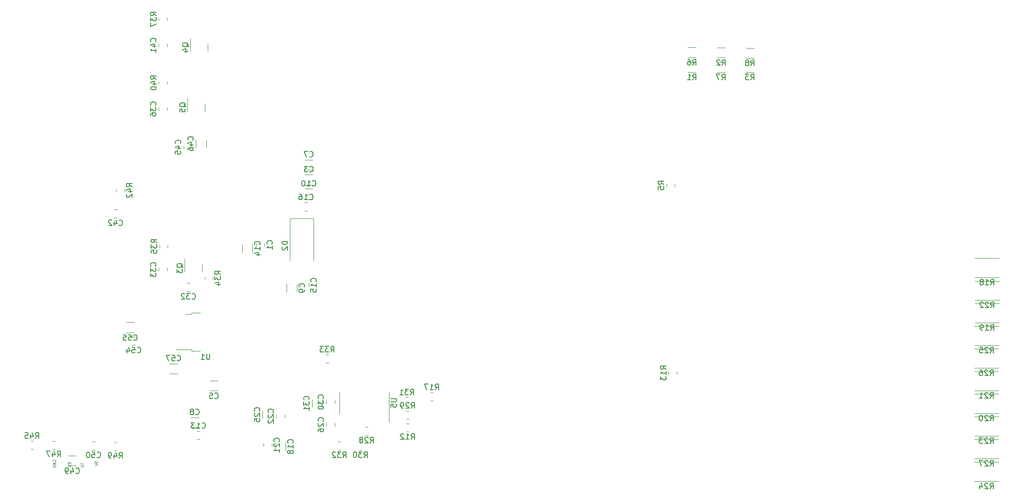
<source format=gbr>
%TF.GenerationSoftware,KiCad,Pcbnew,(6.0.8)*%
%TF.CreationDate,2024-04-13T01:58:17+05:30*%
%TF.ProjectId,Lu_Testing,4c755f54-6573-4746-996e-672e6b696361,rev?*%
%TF.SameCoordinates,Original*%
%TF.FileFunction,Legend,Bot*%
%TF.FilePolarity,Positive*%
%FSLAX46Y46*%
G04 Gerber Fmt 4.6, Leading zero omitted, Abs format (unit mm)*
G04 Created by KiCad (PCBNEW (6.0.8)) date 2024-04-13 01:58:17*
%MOMM*%
%LPD*%
G01*
G04 APERTURE LIST*
%ADD10C,0.100000*%
%ADD11C,0.150000*%
%ADD12C,0.120000*%
G04 APERTURE END LIST*
D10*
X86459190Y-103548666D02*
X86221095Y-103382000D01*
X86459190Y-103262952D02*
X85959190Y-103262952D01*
X85959190Y-103453428D01*
X85983000Y-103501047D01*
X86006809Y-103524857D01*
X86054428Y-103548666D01*
X86125857Y-103548666D01*
X86173476Y-103524857D01*
X86197285Y-103501047D01*
X86221095Y-103453428D01*
X86221095Y-103262952D01*
X85959190Y-103715333D02*
X86459190Y-104048666D01*
X85959190Y-104048666D02*
X86459190Y-103715333D01*
X83316000Y-103124047D02*
X83292190Y-103076428D01*
X83292190Y-103005000D01*
X83316000Y-102933571D01*
X83363619Y-102885952D01*
X83411238Y-102862142D01*
X83506476Y-102838333D01*
X83577904Y-102838333D01*
X83673142Y-102862142D01*
X83720761Y-102885952D01*
X83768380Y-102933571D01*
X83792190Y-103005000D01*
X83792190Y-103052619D01*
X83768380Y-103124047D01*
X83744571Y-103147857D01*
X83577904Y-103147857D01*
X83577904Y-103052619D01*
X83792190Y-103362142D02*
X83292190Y-103362142D01*
X83792190Y-103647857D01*
X83292190Y-103647857D01*
X83792190Y-103885952D02*
X83292190Y-103885952D01*
X83292190Y-104005000D01*
X83316000Y-104076428D01*
X83363619Y-104124047D01*
X83411238Y-104147857D01*
X83506476Y-104171666D01*
X83577904Y-104171666D01*
X83673142Y-104147857D01*
X83720761Y-104124047D01*
X83768380Y-104076428D01*
X83792190Y-104005000D01*
X83792190Y-103885952D01*
X90785190Y-103409761D02*
X90785190Y-103171666D01*
X91023285Y-103147857D01*
X90999476Y-103171666D01*
X90975666Y-103219285D01*
X90975666Y-103338333D01*
X90999476Y-103385952D01*
X91023285Y-103409761D01*
X91070904Y-103433571D01*
X91189952Y-103433571D01*
X91237571Y-103409761D01*
X91261380Y-103385952D01*
X91285190Y-103338333D01*
X91285190Y-103219285D01*
X91261380Y-103171666D01*
X91237571Y-103147857D01*
X90785190Y-103576428D02*
X91285190Y-103743095D01*
X90785190Y-103909761D01*
X88245190Y-103378047D02*
X88245190Y-103663761D01*
X88745190Y-103520904D02*
X88245190Y-103520904D01*
X88245190Y-103782809D02*
X88745190Y-104116142D01*
X88245190Y-104116142D02*
X88745190Y-103782809D01*
D11*
%TO.C,R49*%
X95130857Y-102559380D02*
X95464190Y-102083190D01*
X95702285Y-102559380D02*
X95702285Y-101559380D01*
X95321333Y-101559380D01*
X95226095Y-101607000D01*
X95178476Y-101654619D01*
X95130857Y-101749857D01*
X95130857Y-101892714D01*
X95178476Y-101987952D01*
X95226095Y-102035571D01*
X95321333Y-102083190D01*
X95702285Y-102083190D01*
X94273714Y-101892714D02*
X94273714Y-102559380D01*
X94511809Y-101511761D02*
X94749904Y-102226047D01*
X94130857Y-102226047D01*
X93702285Y-102559380D02*
X93511809Y-102559380D01*
X93416571Y-102511761D01*
X93368952Y-102464142D01*
X93273714Y-102321285D01*
X93226095Y-102130809D01*
X93226095Y-101749857D01*
X93273714Y-101654619D01*
X93321333Y-101607000D01*
X93416571Y-101559380D01*
X93607047Y-101559380D01*
X93702285Y-101607000D01*
X93749904Y-101654619D01*
X93797523Y-101749857D01*
X93797523Y-101987952D01*
X93749904Y-102083190D01*
X93702285Y-102130809D01*
X93607047Y-102178428D01*
X93416571Y-102178428D01*
X93321333Y-102130809D01*
X93273714Y-102083190D01*
X93226095Y-101987952D01*
%TO.C,C1*%
X122546142Y-64095333D02*
X122593761Y-64047714D01*
X122641380Y-63904857D01*
X122641380Y-63809619D01*
X122593761Y-63666761D01*
X122498523Y-63571523D01*
X122403285Y-63523904D01*
X122212809Y-63476285D01*
X122069952Y-63476285D01*
X121879476Y-63523904D01*
X121784238Y-63571523D01*
X121689000Y-63666761D01*
X121641380Y-63809619D01*
X121641380Y-63904857D01*
X121689000Y-64047714D01*
X121736619Y-64095333D01*
X122641380Y-65047714D02*
X122641380Y-64476285D01*
X122641380Y-64762000D02*
X121641380Y-64762000D01*
X121784238Y-64666761D01*
X121879476Y-64571523D01*
X121927095Y-64476285D01*
%TO.C,C16*%
X129293857Y-56081142D02*
X129341476Y-56128761D01*
X129484333Y-56176380D01*
X129579571Y-56176380D01*
X129722428Y-56128761D01*
X129817666Y-56033523D01*
X129865285Y-55938285D01*
X129912904Y-55747809D01*
X129912904Y-55604952D01*
X129865285Y-55414476D01*
X129817666Y-55319238D01*
X129722428Y-55224000D01*
X129579571Y-55176380D01*
X129484333Y-55176380D01*
X129341476Y-55224000D01*
X129293857Y-55271619D01*
X128341476Y-56176380D02*
X128912904Y-56176380D01*
X128627190Y-56176380D02*
X128627190Y-55176380D01*
X128722428Y-55319238D01*
X128817666Y-55414476D01*
X128912904Y-55462095D01*
X127484333Y-55176380D02*
X127674809Y-55176380D01*
X127770047Y-55224000D01*
X127817666Y-55271619D01*
X127912904Y-55414476D01*
X127960523Y-55604952D01*
X127960523Y-55985904D01*
X127912904Y-56081142D01*
X127865285Y-56128761D01*
X127770047Y-56176380D01*
X127579571Y-56176380D01*
X127484333Y-56128761D01*
X127436714Y-56081142D01*
X127389095Y-55985904D01*
X127389095Y-55747809D01*
X127436714Y-55652571D01*
X127484333Y-55604952D01*
X127579571Y-55557333D01*
X127770047Y-55557333D01*
X127865285Y-55604952D01*
X127912904Y-55652571D01*
X127960523Y-55747809D01*
%TO.C,C32*%
X108211857Y-73919142D02*
X108259476Y-73966761D01*
X108402333Y-74014380D01*
X108497571Y-74014380D01*
X108640428Y-73966761D01*
X108735666Y-73871523D01*
X108783285Y-73776285D01*
X108830904Y-73585809D01*
X108830904Y-73442952D01*
X108783285Y-73252476D01*
X108735666Y-73157238D01*
X108640428Y-73062000D01*
X108497571Y-73014380D01*
X108402333Y-73014380D01*
X108259476Y-73062000D01*
X108211857Y-73109619D01*
X107878523Y-73014380D02*
X107259476Y-73014380D01*
X107592809Y-73395333D01*
X107449952Y-73395333D01*
X107354714Y-73442952D01*
X107307095Y-73490571D01*
X107259476Y-73585809D01*
X107259476Y-73823904D01*
X107307095Y-73919142D01*
X107354714Y-73966761D01*
X107449952Y-74014380D01*
X107735666Y-74014380D01*
X107830904Y-73966761D01*
X107878523Y-73919142D01*
X106878523Y-73109619D02*
X106830904Y-73062000D01*
X106735666Y-73014380D01*
X106497571Y-73014380D01*
X106402333Y-73062000D01*
X106354714Y-73109619D01*
X106307095Y-73204857D01*
X106307095Y-73300095D01*
X106354714Y-73442952D01*
X106926142Y-74014380D01*
X106307095Y-74014380D01*
%TO.C,R27*%
X251323357Y-103963380D02*
X251656690Y-103487190D01*
X251894785Y-103963380D02*
X251894785Y-102963380D01*
X251513833Y-102963380D01*
X251418595Y-103011000D01*
X251370976Y-103058619D01*
X251323357Y-103153857D01*
X251323357Y-103296714D01*
X251370976Y-103391952D01*
X251418595Y-103439571D01*
X251513833Y-103487190D01*
X251894785Y-103487190D01*
X250942404Y-103058619D02*
X250894785Y-103011000D01*
X250799547Y-102963380D01*
X250561452Y-102963380D01*
X250466214Y-103011000D01*
X250418595Y-103058619D01*
X250370976Y-103153857D01*
X250370976Y-103249095D01*
X250418595Y-103391952D01*
X250990023Y-103963380D01*
X250370976Y-103963380D01*
X250037642Y-102963380D02*
X249370976Y-102963380D01*
X249799547Y-103963380D01*
%TO.C,R19*%
X251450357Y-79579380D02*
X251783690Y-79103190D01*
X252021785Y-79579380D02*
X252021785Y-78579380D01*
X251640833Y-78579380D01*
X251545595Y-78627000D01*
X251497976Y-78674619D01*
X251450357Y-78769857D01*
X251450357Y-78912714D01*
X251497976Y-79007952D01*
X251545595Y-79055571D01*
X251640833Y-79103190D01*
X252021785Y-79103190D01*
X250497976Y-79579380D02*
X251069404Y-79579380D01*
X250783690Y-79579380D02*
X250783690Y-78579380D01*
X250878928Y-78722238D01*
X250974166Y-78817476D01*
X251069404Y-78865095D01*
X250021785Y-79579380D02*
X249831309Y-79579380D01*
X249736071Y-79531761D01*
X249688452Y-79484142D01*
X249593214Y-79341285D01*
X249545595Y-79150809D01*
X249545595Y-78769857D01*
X249593214Y-78674619D01*
X249640833Y-78627000D01*
X249736071Y-78579380D01*
X249926547Y-78579380D01*
X250021785Y-78627000D01*
X250069404Y-78674619D01*
X250117023Y-78769857D01*
X250117023Y-79007952D01*
X250069404Y-79103190D01*
X250021785Y-79150809D01*
X249926547Y-79198428D01*
X249736071Y-79198428D01*
X249640833Y-79150809D01*
X249593214Y-79103190D01*
X249545595Y-79007952D01*
%TO.C,R30*%
X139072857Y-102432380D02*
X139406190Y-101956190D01*
X139644285Y-102432380D02*
X139644285Y-101432380D01*
X139263333Y-101432380D01*
X139168095Y-101480000D01*
X139120476Y-101527619D01*
X139072857Y-101622857D01*
X139072857Y-101765714D01*
X139120476Y-101860952D01*
X139168095Y-101908571D01*
X139263333Y-101956190D01*
X139644285Y-101956190D01*
X138739523Y-101432380D02*
X138120476Y-101432380D01*
X138453809Y-101813333D01*
X138310952Y-101813333D01*
X138215714Y-101860952D01*
X138168095Y-101908571D01*
X138120476Y-102003809D01*
X138120476Y-102241904D01*
X138168095Y-102337142D01*
X138215714Y-102384761D01*
X138310952Y-102432380D01*
X138596666Y-102432380D01*
X138691904Y-102384761D01*
X138739523Y-102337142D01*
X137501428Y-101432380D02*
X137406190Y-101432380D01*
X137310952Y-101480000D01*
X137263333Y-101527619D01*
X137215714Y-101622857D01*
X137168095Y-101813333D01*
X137168095Y-102051428D01*
X137215714Y-102241904D01*
X137263333Y-102337142D01*
X137310952Y-102384761D01*
X137406190Y-102432380D01*
X137501428Y-102432380D01*
X137596666Y-102384761D01*
X137644285Y-102337142D01*
X137691904Y-102241904D01*
X137739523Y-102051428D01*
X137739523Y-101813333D01*
X137691904Y-101622857D01*
X137644285Y-101527619D01*
X137596666Y-101480000D01*
X137501428Y-101432380D01*
%TO.C,R42*%
X97479380Y-53840142D02*
X97003190Y-53506809D01*
X97479380Y-53268714D02*
X96479380Y-53268714D01*
X96479380Y-53649666D01*
X96527000Y-53744904D01*
X96574619Y-53792523D01*
X96669857Y-53840142D01*
X96812714Y-53840142D01*
X96907952Y-53792523D01*
X96955571Y-53744904D01*
X97003190Y-53649666D01*
X97003190Y-53268714D01*
X96812714Y-54697285D02*
X97479380Y-54697285D01*
X96431761Y-54459190D02*
X97146047Y-54221095D01*
X97146047Y-54840142D01*
X96574619Y-55173476D02*
X96527000Y-55221095D01*
X96479380Y-55316333D01*
X96479380Y-55554428D01*
X96527000Y-55649666D01*
X96574619Y-55697285D01*
X96669857Y-55744904D01*
X96765095Y-55744904D01*
X96907952Y-55697285D01*
X97479380Y-55125857D01*
X97479380Y-55744904D01*
%TO.C,R8*%
X208446666Y-32105380D02*
X208780000Y-31629190D01*
X209018095Y-32105380D02*
X209018095Y-31105380D01*
X208637142Y-31105380D01*
X208541904Y-31153000D01*
X208494285Y-31200619D01*
X208446666Y-31295857D01*
X208446666Y-31438714D01*
X208494285Y-31533952D01*
X208541904Y-31581571D01*
X208637142Y-31629190D01*
X209018095Y-31629190D01*
X207875238Y-31533952D02*
X207970476Y-31486333D01*
X208018095Y-31438714D01*
X208065714Y-31343476D01*
X208065714Y-31295857D01*
X208018095Y-31200619D01*
X207970476Y-31153000D01*
X207875238Y-31105380D01*
X207684761Y-31105380D01*
X207589523Y-31153000D01*
X207541904Y-31200619D01*
X207494285Y-31295857D01*
X207494285Y-31343476D01*
X207541904Y-31438714D01*
X207589523Y-31486333D01*
X207684761Y-31533952D01*
X207875238Y-31533952D01*
X207970476Y-31581571D01*
X208018095Y-31629190D01*
X208065714Y-31724428D01*
X208065714Y-31914904D01*
X208018095Y-32010142D01*
X207970476Y-32057761D01*
X207875238Y-32105380D01*
X207684761Y-32105380D01*
X207589523Y-32057761D01*
X207541904Y-32010142D01*
X207494285Y-31914904D01*
X207494285Y-31724428D01*
X207541904Y-31629190D01*
X207589523Y-31581571D01*
X207684761Y-31533952D01*
%TO.C,C41*%
X101674142Y-27805142D02*
X101721761Y-27757523D01*
X101769380Y-27614666D01*
X101769380Y-27519428D01*
X101721761Y-27376571D01*
X101626523Y-27281333D01*
X101531285Y-27233714D01*
X101340809Y-27186095D01*
X101197952Y-27186095D01*
X101007476Y-27233714D01*
X100912238Y-27281333D01*
X100817000Y-27376571D01*
X100769380Y-27519428D01*
X100769380Y-27614666D01*
X100817000Y-27757523D01*
X100864619Y-27805142D01*
X101102714Y-28662285D02*
X101769380Y-28662285D01*
X100721761Y-28424190D02*
X101436047Y-28186095D01*
X101436047Y-28805142D01*
X101769380Y-29709904D02*
X101769380Y-29138476D01*
X101769380Y-29424190D02*
X100769380Y-29424190D01*
X100912238Y-29328952D01*
X101007476Y-29233714D01*
X101055095Y-29138476D01*
%TO.C,R28*%
X140180885Y-99807616D02*
X140514218Y-99331426D01*
X140752313Y-99807616D02*
X140752313Y-98807616D01*
X140371361Y-98807616D01*
X140276123Y-98855236D01*
X140228504Y-98902855D01*
X140180885Y-98998093D01*
X140180885Y-99140950D01*
X140228504Y-99236188D01*
X140276123Y-99283807D01*
X140371361Y-99331426D01*
X140752313Y-99331426D01*
X139799932Y-98902855D02*
X139752313Y-98855236D01*
X139657075Y-98807616D01*
X139418980Y-98807616D01*
X139323742Y-98855236D01*
X139276123Y-98902855D01*
X139228504Y-98998093D01*
X139228504Y-99093331D01*
X139276123Y-99236188D01*
X139847551Y-99807616D01*
X139228504Y-99807616D01*
X138657075Y-99236188D02*
X138752313Y-99188569D01*
X138799932Y-99140950D01*
X138847551Y-99045712D01*
X138847551Y-98998093D01*
X138799932Y-98902855D01*
X138752313Y-98855236D01*
X138657075Y-98807616D01*
X138466599Y-98807616D01*
X138371361Y-98855236D01*
X138323742Y-98902855D01*
X138276123Y-98998093D01*
X138276123Y-99045712D01*
X138323742Y-99140950D01*
X138371361Y-99188569D01*
X138466599Y-99236188D01*
X138657075Y-99236188D01*
X138752313Y-99283807D01*
X138799932Y-99331426D01*
X138847551Y-99426664D01*
X138847551Y-99617140D01*
X138799932Y-99712378D01*
X138752313Y-99759997D01*
X138657075Y-99807616D01*
X138466599Y-99807616D01*
X138371361Y-99759997D01*
X138323742Y-99712378D01*
X138276123Y-99617140D01*
X138276123Y-99426664D01*
X138323742Y-99331426D01*
X138371361Y-99283807D01*
X138466599Y-99236188D01*
%TO.C,R26*%
X251323357Y-87707380D02*
X251656690Y-87231190D01*
X251894785Y-87707380D02*
X251894785Y-86707380D01*
X251513833Y-86707380D01*
X251418595Y-86755000D01*
X251370976Y-86802619D01*
X251323357Y-86897857D01*
X251323357Y-87040714D01*
X251370976Y-87135952D01*
X251418595Y-87183571D01*
X251513833Y-87231190D01*
X251894785Y-87231190D01*
X250942404Y-86802619D02*
X250894785Y-86755000D01*
X250799547Y-86707380D01*
X250561452Y-86707380D01*
X250466214Y-86755000D01*
X250418595Y-86802619D01*
X250370976Y-86897857D01*
X250370976Y-86993095D01*
X250418595Y-87135952D01*
X250990023Y-87707380D01*
X250370976Y-87707380D01*
X249513833Y-86707380D02*
X249704309Y-86707380D01*
X249799547Y-86755000D01*
X249847166Y-86802619D01*
X249942404Y-86945476D01*
X249990023Y-87135952D01*
X249990023Y-87516904D01*
X249942404Y-87612142D01*
X249894785Y-87659761D01*
X249799547Y-87707380D01*
X249609071Y-87707380D01*
X249513833Y-87659761D01*
X249466214Y-87612142D01*
X249418595Y-87516904D01*
X249418595Y-87278809D01*
X249466214Y-87183571D01*
X249513833Y-87135952D01*
X249609071Y-87088333D01*
X249799547Y-87088333D01*
X249894785Y-87135952D01*
X249942404Y-87183571D01*
X249990023Y-87278809D01*
%TO.C,R25*%
X251372357Y-83656380D02*
X251705690Y-83180190D01*
X251943785Y-83656380D02*
X251943785Y-82656380D01*
X251562833Y-82656380D01*
X251467595Y-82704000D01*
X251419976Y-82751619D01*
X251372357Y-82846857D01*
X251372357Y-82989714D01*
X251419976Y-83084952D01*
X251467595Y-83132571D01*
X251562833Y-83180190D01*
X251943785Y-83180190D01*
X250991404Y-82751619D02*
X250943785Y-82704000D01*
X250848547Y-82656380D01*
X250610452Y-82656380D01*
X250515214Y-82704000D01*
X250467595Y-82751619D01*
X250419976Y-82846857D01*
X250419976Y-82942095D01*
X250467595Y-83084952D01*
X251039023Y-83656380D01*
X250419976Y-83656380D01*
X249515214Y-82656380D02*
X249991404Y-82656380D01*
X250039023Y-83132571D01*
X249991404Y-83084952D01*
X249896166Y-83037333D01*
X249658071Y-83037333D01*
X249562833Y-83084952D01*
X249515214Y-83132571D01*
X249467595Y-83227809D01*
X249467595Y-83465904D01*
X249515214Y-83561142D01*
X249562833Y-83608761D01*
X249658071Y-83656380D01*
X249896166Y-83656380D01*
X249991404Y-83608761D01*
X250039023Y-83561142D01*
%TO.C,Q4*%
X107621619Y-28733761D02*
X107574000Y-28638523D01*
X107478761Y-28543285D01*
X107335904Y-28400428D01*
X107288285Y-28305190D01*
X107288285Y-28209952D01*
X107526380Y-28257571D02*
X107478761Y-28162333D01*
X107383523Y-28067095D01*
X107193047Y-28019476D01*
X106859714Y-28019476D01*
X106669238Y-28067095D01*
X106574000Y-28162333D01*
X106526380Y-28257571D01*
X106526380Y-28448047D01*
X106574000Y-28543285D01*
X106669238Y-28638523D01*
X106859714Y-28686142D01*
X107193047Y-28686142D01*
X107383523Y-28638523D01*
X107478761Y-28543285D01*
X107526380Y-28448047D01*
X107526380Y-28257571D01*
X106859714Y-29543285D02*
X107526380Y-29543285D01*
X106478761Y-29305190D02*
X107193047Y-29067095D01*
X107193047Y-29686142D01*
%TO.C,C25*%
X120300142Y-94099142D02*
X120347761Y-94051523D01*
X120395380Y-93908666D01*
X120395380Y-93813428D01*
X120347761Y-93670571D01*
X120252523Y-93575333D01*
X120157285Y-93527714D01*
X119966809Y-93480095D01*
X119823952Y-93480095D01*
X119633476Y-93527714D01*
X119538238Y-93575333D01*
X119443000Y-93670571D01*
X119395380Y-93813428D01*
X119395380Y-93908666D01*
X119443000Y-94051523D01*
X119490619Y-94099142D01*
X119490619Y-94480095D02*
X119443000Y-94527714D01*
X119395380Y-94622952D01*
X119395380Y-94861047D01*
X119443000Y-94956285D01*
X119490619Y-95003904D01*
X119585857Y-95051523D01*
X119681095Y-95051523D01*
X119823952Y-95003904D01*
X120395380Y-94432476D01*
X120395380Y-95051523D01*
X119395380Y-95956285D02*
X119395380Y-95480095D01*
X119871571Y-95432476D01*
X119823952Y-95480095D01*
X119776333Y-95575333D01*
X119776333Y-95813428D01*
X119823952Y-95908666D01*
X119871571Y-95956285D01*
X119966809Y-96003904D01*
X120204904Y-96003904D01*
X120300142Y-95956285D01*
X120347761Y-95908666D01*
X120395380Y-95813428D01*
X120395380Y-95575333D01*
X120347761Y-95480095D01*
X120300142Y-95432476D01*
%TO.C,C18*%
X126286142Y-99814142D02*
X126333761Y-99766523D01*
X126381380Y-99623666D01*
X126381380Y-99528428D01*
X126333761Y-99385571D01*
X126238523Y-99290333D01*
X126143285Y-99242714D01*
X125952809Y-99195095D01*
X125809952Y-99195095D01*
X125619476Y-99242714D01*
X125524238Y-99290333D01*
X125429000Y-99385571D01*
X125381380Y-99528428D01*
X125381380Y-99623666D01*
X125429000Y-99766523D01*
X125476619Y-99814142D01*
X126381380Y-100766523D02*
X126381380Y-100195095D01*
X126381380Y-100480809D02*
X125381380Y-100480809D01*
X125524238Y-100385571D01*
X125619476Y-100290333D01*
X125667095Y-100195095D01*
X125809952Y-101337952D02*
X125762333Y-101242714D01*
X125714714Y-101195095D01*
X125619476Y-101147476D01*
X125571857Y-101147476D01*
X125476619Y-101195095D01*
X125429000Y-101242714D01*
X125381380Y-101337952D01*
X125381380Y-101528428D01*
X125429000Y-101623666D01*
X125476619Y-101671285D01*
X125571857Y-101718904D01*
X125619476Y-101718904D01*
X125714714Y-101671285D01*
X125762333Y-101623666D01*
X125809952Y-101528428D01*
X125809952Y-101337952D01*
X125857571Y-101242714D01*
X125905190Y-101195095D01*
X126000428Y-101147476D01*
X126190904Y-101147476D01*
X126286142Y-101195095D01*
X126333761Y-101242714D01*
X126381380Y-101337952D01*
X126381380Y-101528428D01*
X126333761Y-101623666D01*
X126286142Y-101671285D01*
X126190904Y-101718904D01*
X126000428Y-101718904D01*
X125905190Y-101671285D01*
X125857571Y-101623666D01*
X125809952Y-101528428D01*
%TO.C,R5*%
X192858380Y-53427333D02*
X192382190Y-53094000D01*
X192858380Y-52855904D02*
X191858380Y-52855904D01*
X191858380Y-53236857D01*
X191906000Y-53332095D01*
X191953619Y-53379714D01*
X192048857Y-53427333D01*
X192191714Y-53427333D01*
X192286952Y-53379714D01*
X192334571Y-53332095D01*
X192382190Y-53236857D01*
X192382190Y-52855904D01*
X191858380Y-54332095D02*
X191858380Y-53855904D01*
X192334571Y-53808285D01*
X192286952Y-53855904D01*
X192239333Y-53951142D01*
X192239333Y-54189238D01*
X192286952Y-54284476D01*
X192334571Y-54332095D01*
X192429809Y-54379714D01*
X192667904Y-54379714D01*
X192763142Y-54332095D01*
X192810761Y-54284476D01*
X192858380Y-54189238D01*
X192858380Y-53951142D01*
X192810761Y-53855904D01*
X192763142Y-53808285D01*
%TO.C,C57*%
X105544857Y-84994142D02*
X105592476Y-85041761D01*
X105735333Y-85089380D01*
X105830571Y-85089380D01*
X105973428Y-85041761D01*
X106068666Y-84946523D01*
X106116285Y-84851285D01*
X106163904Y-84660809D01*
X106163904Y-84517952D01*
X106116285Y-84327476D01*
X106068666Y-84232238D01*
X105973428Y-84137000D01*
X105830571Y-84089380D01*
X105735333Y-84089380D01*
X105592476Y-84137000D01*
X105544857Y-84184619D01*
X104640095Y-84089380D02*
X105116285Y-84089380D01*
X105163904Y-84565571D01*
X105116285Y-84517952D01*
X105021047Y-84470333D01*
X104782952Y-84470333D01*
X104687714Y-84517952D01*
X104640095Y-84565571D01*
X104592476Y-84660809D01*
X104592476Y-84898904D01*
X104640095Y-84994142D01*
X104687714Y-85041761D01*
X104782952Y-85089380D01*
X105021047Y-85089380D01*
X105116285Y-85041761D01*
X105163904Y-84994142D01*
X104259142Y-84089380D02*
X103592476Y-84089380D01*
X104021047Y-85089380D01*
%TO.C,C21*%
X123830142Y-99560142D02*
X123877761Y-99512523D01*
X123925380Y-99369666D01*
X123925380Y-99274428D01*
X123877761Y-99131571D01*
X123782523Y-99036333D01*
X123687285Y-98988714D01*
X123496809Y-98941095D01*
X123353952Y-98941095D01*
X123163476Y-98988714D01*
X123068238Y-99036333D01*
X122973000Y-99131571D01*
X122925380Y-99274428D01*
X122925380Y-99369666D01*
X122973000Y-99512523D01*
X123020619Y-99560142D01*
X123020619Y-99941095D02*
X122973000Y-99988714D01*
X122925380Y-100083952D01*
X122925380Y-100322047D01*
X122973000Y-100417285D01*
X123020619Y-100464904D01*
X123115857Y-100512523D01*
X123211095Y-100512523D01*
X123353952Y-100464904D01*
X123925380Y-99893476D01*
X123925380Y-100512523D01*
X123925380Y-101464904D02*
X123925380Y-100893476D01*
X123925380Y-101179190D02*
X122925380Y-101179190D01*
X123068238Y-101083952D01*
X123163476Y-100988714D01*
X123211095Y-100893476D01*
%TO.C,U1*%
X111413904Y-83834380D02*
X111413904Y-84643904D01*
X111366285Y-84739142D01*
X111318666Y-84786761D01*
X111223428Y-84834380D01*
X111032952Y-84834380D01*
X110937714Y-84786761D01*
X110890095Y-84739142D01*
X110842476Y-84643904D01*
X110842476Y-83834380D01*
X109842476Y-84834380D02*
X110413904Y-84834380D01*
X110128190Y-84834380D02*
X110128190Y-83834380D01*
X110223428Y-83977238D01*
X110318666Y-84072476D01*
X110413904Y-84120095D01*
%TO.C,C33*%
X101674142Y-68064142D02*
X101721761Y-68016523D01*
X101769380Y-67873666D01*
X101769380Y-67778428D01*
X101721761Y-67635571D01*
X101626523Y-67540333D01*
X101531285Y-67492714D01*
X101340809Y-67445095D01*
X101197952Y-67445095D01*
X101007476Y-67492714D01*
X100912238Y-67540333D01*
X100817000Y-67635571D01*
X100769380Y-67778428D01*
X100769380Y-67873666D01*
X100817000Y-68016523D01*
X100864619Y-68064142D01*
X100769380Y-68397476D02*
X100769380Y-69016523D01*
X101150333Y-68683190D01*
X101150333Y-68826047D01*
X101197952Y-68921285D01*
X101245571Y-68968904D01*
X101340809Y-69016523D01*
X101578904Y-69016523D01*
X101674142Y-68968904D01*
X101721761Y-68921285D01*
X101769380Y-68826047D01*
X101769380Y-68540333D01*
X101721761Y-68445095D01*
X101674142Y-68397476D01*
X100769380Y-69349857D02*
X100769380Y-69968904D01*
X101150333Y-69635571D01*
X101150333Y-69778428D01*
X101197952Y-69873666D01*
X101245571Y-69921285D01*
X101340809Y-69968904D01*
X101578904Y-69968904D01*
X101674142Y-69921285D01*
X101721761Y-69873666D01*
X101769380Y-69778428D01*
X101769380Y-69492714D01*
X101721761Y-69397476D01*
X101674142Y-69349857D01*
%TO.C,R32*%
X135262857Y-102432380D02*
X135596190Y-101956190D01*
X135834285Y-102432380D02*
X135834285Y-101432380D01*
X135453333Y-101432380D01*
X135358095Y-101480000D01*
X135310476Y-101527619D01*
X135262857Y-101622857D01*
X135262857Y-101765714D01*
X135310476Y-101860952D01*
X135358095Y-101908571D01*
X135453333Y-101956190D01*
X135834285Y-101956190D01*
X134929523Y-101432380D02*
X134310476Y-101432380D01*
X134643809Y-101813333D01*
X134500952Y-101813333D01*
X134405714Y-101860952D01*
X134358095Y-101908571D01*
X134310476Y-102003809D01*
X134310476Y-102241904D01*
X134358095Y-102337142D01*
X134405714Y-102384761D01*
X134500952Y-102432380D01*
X134786666Y-102432380D01*
X134881904Y-102384761D01*
X134929523Y-102337142D01*
X133929523Y-101527619D02*
X133881904Y-101480000D01*
X133786666Y-101432380D01*
X133548571Y-101432380D01*
X133453333Y-101480000D01*
X133405714Y-101527619D01*
X133358095Y-101622857D01*
X133358095Y-101718095D01*
X133405714Y-101860952D01*
X133977142Y-102432380D01*
X133358095Y-102432380D01*
%TO.C,R22*%
X251458357Y-75554380D02*
X251791690Y-75078190D01*
X252029785Y-75554380D02*
X252029785Y-74554380D01*
X251648833Y-74554380D01*
X251553595Y-74602000D01*
X251505976Y-74649619D01*
X251458357Y-74744857D01*
X251458357Y-74887714D01*
X251505976Y-74982952D01*
X251553595Y-75030571D01*
X251648833Y-75078190D01*
X252029785Y-75078190D01*
X251077404Y-74649619D02*
X251029785Y-74602000D01*
X250934547Y-74554380D01*
X250696452Y-74554380D01*
X250601214Y-74602000D01*
X250553595Y-74649619D01*
X250505976Y-74744857D01*
X250505976Y-74840095D01*
X250553595Y-74982952D01*
X251125023Y-75554380D01*
X250505976Y-75554380D01*
X250125023Y-74649619D02*
X250077404Y-74602000D01*
X249982166Y-74554380D01*
X249744071Y-74554380D01*
X249648833Y-74602000D01*
X249601214Y-74649619D01*
X249553595Y-74744857D01*
X249553595Y-74840095D01*
X249601214Y-74982952D01*
X250172642Y-75554380D01*
X249553595Y-75554380D01*
%TO.C,R20*%
X251323357Y-95835380D02*
X251656690Y-95359190D01*
X251894785Y-95835380D02*
X251894785Y-94835380D01*
X251513833Y-94835380D01*
X251418595Y-94883000D01*
X251370976Y-94930619D01*
X251323357Y-95025857D01*
X251323357Y-95168714D01*
X251370976Y-95263952D01*
X251418595Y-95311571D01*
X251513833Y-95359190D01*
X251894785Y-95359190D01*
X250942404Y-94930619D02*
X250894785Y-94883000D01*
X250799547Y-94835380D01*
X250561452Y-94835380D01*
X250466214Y-94883000D01*
X250418595Y-94930619D01*
X250370976Y-95025857D01*
X250370976Y-95121095D01*
X250418595Y-95263952D01*
X250990023Y-95835380D01*
X250370976Y-95835380D01*
X249751928Y-94835380D02*
X249656690Y-94835380D01*
X249561452Y-94883000D01*
X249513833Y-94930619D01*
X249466214Y-95025857D01*
X249418595Y-95216333D01*
X249418595Y-95454428D01*
X249466214Y-95644904D01*
X249513833Y-95740142D01*
X249561452Y-95787761D01*
X249656690Y-95835380D01*
X249751928Y-95835380D01*
X249847166Y-95787761D01*
X249894785Y-95740142D01*
X249942404Y-95644904D01*
X249990023Y-95454428D01*
X249990023Y-95216333D01*
X249942404Y-95025857D01*
X249894785Y-94930619D01*
X249847166Y-94883000D01*
X249751928Y-94835380D01*
%TO.C,C15*%
X130434142Y-70858142D02*
X130481761Y-70810523D01*
X130529380Y-70667666D01*
X130529380Y-70572428D01*
X130481761Y-70429571D01*
X130386523Y-70334333D01*
X130291285Y-70286714D01*
X130100809Y-70239095D01*
X129957952Y-70239095D01*
X129767476Y-70286714D01*
X129672238Y-70334333D01*
X129577000Y-70429571D01*
X129529380Y-70572428D01*
X129529380Y-70667666D01*
X129577000Y-70810523D01*
X129624619Y-70858142D01*
X130529380Y-71810523D02*
X130529380Y-71239095D01*
X130529380Y-71524809D02*
X129529380Y-71524809D01*
X129672238Y-71429571D01*
X129767476Y-71334333D01*
X129815095Y-71239095D01*
X129529380Y-72715285D02*
X129529380Y-72239095D01*
X130005571Y-72191476D01*
X129957952Y-72239095D01*
X129910333Y-72334333D01*
X129910333Y-72572428D01*
X129957952Y-72667666D01*
X130005571Y-72715285D01*
X130100809Y-72762904D01*
X130338904Y-72762904D01*
X130434142Y-72715285D01*
X130481761Y-72667666D01*
X130529380Y-72572428D01*
X130529380Y-72334333D01*
X130481761Y-72239095D01*
X130434142Y-72191476D01*
%TO.C,C31*%
X129139170Y-92067142D02*
X129186789Y-92019523D01*
X129234408Y-91876666D01*
X129234408Y-91781428D01*
X129186789Y-91638571D01*
X129091551Y-91543333D01*
X128996313Y-91495714D01*
X128805837Y-91448095D01*
X128662980Y-91448095D01*
X128472504Y-91495714D01*
X128377266Y-91543333D01*
X128282028Y-91638571D01*
X128234408Y-91781428D01*
X128234408Y-91876666D01*
X128282028Y-92019523D01*
X128329647Y-92067142D01*
X128234408Y-92400476D02*
X128234408Y-93019523D01*
X128615361Y-92686190D01*
X128615361Y-92829047D01*
X128662980Y-92924285D01*
X128710599Y-92971904D01*
X128805837Y-93019523D01*
X129043932Y-93019523D01*
X129139170Y-92971904D01*
X129186789Y-92924285D01*
X129234408Y-92829047D01*
X129234408Y-92543333D01*
X129186789Y-92448095D01*
X129139170Y-92400476D01*
X129234408Y-93971904D02*
X129234408Y-93400476D01*
X129234408Y-93686190D02*
X128234408Y-93686190D01*
X128377266Y-93590952D01*
X128472504Y-93495714D01*
X128520123Y-93400476D01*
%TO.C,Q5*%
X107113619Y-39528761D02*
X107066000Y-39433523D01*
X106970761Y-39338285D01*
X106827904Y-39195428D01*
X106780285Y-39100190D01*
X106780285Y-39004952D01*
X107018380Y-39052571D02*
X106970761Y-38957333D01*
X106875523Y-38862095D01*
X106685047Y-38814476D01*
X106351714Y-38814476D01*
X106161238Y-38862095D01*
X106066000Y-38957333D01*
X106018380Y-39052571D01*
X106018380Y-39243047D01*
X106066000Y-39338285D01*
X106161238Y-39433523D01*
X106351714Y-39481142D01*
X106685047Y-39481142D01*
X106875523Y-39433523D01*
X106970761Y-39338285D01*
X107018380Y-39243047D01*
X107018380Y-39052571D01*
X106018380Y-40385904D02*
X106018380Y-39909714D01*
X106494571Y-39862095D01*
X106446952Y-39909714D01*
X106399333Y-40004952D01*
X106399333Y-40243047D01*
X106446952Y-40338285D01*
X106494571Y-40385904D01*
X106589809Y-40433523D01*
X106827904Y-40433523D01*
X106923142Y-40385904D01*
X106970761Y-40338285D01*
X107018380Y-40243047D01*
X107018380Y-40004952D01*
X106970761Y-39909714D01*
X106923142Y-39862095D01*
%TO.C,R45*%
X80144857Y-99005380D02*
X80478190Y-98529190D01*
X80716285Y-99005380D02*
X80716285Y-98005380D01*
X80335333Y-98005380D01*
X80240095Y-98053000D01*
X80192476Y-98100619D01*
X80144857Y-98195857D01*
X80144857Y-98338714D01*
X80192476Y-98433952D01*
X80240095Y-98481571D01*
X80335333Y-98529190D01*
X80716285Y-98529190D01*
X79287714Y-98338714D02*
X79287714Y-99005380D01*
X79525809Y-97957761D02*
X79763904Y-98672047D01*
X79144857Y-98672047D01*
X78287714Y-98005380D02*
X78763904Y-98005380D01*
X78811523Y-98481571D01*
X78763904Y-98433952D01*
X78668666Y-98386333D01*
X78430571Y-98386333D01*
X78335333Y-98433952D01*
X78287714Y-98481571D01*
X78240095Y-98576809D01*
X78240095Y-98814904D01*
X78287714Y-98910142D01*
X78335333Y-98957761D01*
X78430571Y-99005380D01*
X78668666Y-99005380D01*
X78763904Y-98957761D01*
X78811523Y-98910142D01*
%TO.C,C36*%
X101674142Y-39235142D02*
X101721761Y-39187523D01*
X101769380Y-39044666D01*
X101769380Y-38949428D01*
X101721761Y-38806571D01*
X101626523Y-38711333D01*
X101531285Y-38663714D01*
X101340809Y-38616095D01*
X101197952Y-38616095D01*
X101007476Y-38663714D01*
X100912238Y-38711333D01*
X100817000Y-38806571D01*
X100769380Y-38949428D01*
X100769380Y-39044666D01*
X100817000Y-39187523D01*
X100864619Y-39235142D01*
X100769380Y-39568476D02*
X100769380Y-40187523D01*
X101150333Y-39854190D01*
X101150333Y-39997047D01*
X101197952Y-40092285D01*
X101245571Y-40139904D01*
X101340809Y-40187523D01*
X101578904Y-40187523D01*
X101674142Y-40139904D01*
X101721761Y-40092285D01*
X101769380Y-39997047D01*
X101769380Y-39711333D01*
X101721761Y-39616095D01*
X101674142Y-39568476D01*
X100769380Y-41044666D02*
X100769380Y-40854190D01*
X100817000Y-40758952D01*
X100864619Y-40711333D01*
X101007476Y-40616095D01*
X101197952Y-40568476D01*
X101578904Y-40568476D01*
X101674142Y-40616095D01*
X101721761Y-40663714D01*
X101769380Y-40758952D01*
X101769380Y-40949428D01*
X101721761Y-41044666D01*
X101674142Y-41092285D01*
X101578904Y-41139904D01*
X101340809Y-41139904D01*
X101245571Y-41092285D01*
X101197952Y-41044666D01*
X101150333Y-40949428D01*
X101150333Y-40758952D01*
X101197952Y-40663714D01*
X101245571Y-40616095D01*
X101340809Y-40568476D01*
%TO.C,R24*%
X251323357Y-108027380D02*
X251656690Y-107551190D01*
X251894785Y-108027380D02*
X251894785Y-107027380D01*
X251513833Y-107027380D01*
X251418595Y-107075000D01*
X251370976Y-107122619D01*
X251323357Y-107217857D01*
X251323357Y-107360714D01*
X251370976Y-107455952D01*
X251418595Y-107503571D01*
X251513833Y-107551190D01*
X251894785Y-107551190D01*
X250942404Y-107122619D02*
X250894785Y-107075000D01*
X250799547Y-107027380D01*
X250561452Y-107027380D01*
X250466214Y-107075000D01*
X250418595Y-107122619D01*
X250370976Y-107217857D01*
X250370976Y-107313095D01*
X250418595Y-107455952D01*
X250990023Y-108027380D01*
X250370976Y-108027380D01*
X249513833Y-107360714D02*
X249513833Y-108027380D01*
X249751928Y-106979761D02*
X249990023Y-107694047D01*
X249370976Y-107694047D01*
%TO.C,R21*%
X251323357Y-91771380D02*
X251656690Y-91295190D01*
X251894785Y-91771380D02*
X251894785Y-90771380D01*
X251513833Y-90771380D01*
X251418595Y-90819000D01*
X251370976Y-90866619D01*
X251323357Y-90961857D01*
X251323357Y-91104714D01*
X251370976Y-91199952D01*
X251418595Y-91247571D01*
X251513833Y-91295190D01*
X251894785Y-91295190D01*
X250942404Y-90866619D02*
X250894785Y-90819000D01*
X250799547Y-90771380D01*
X250561452Y-90771380D01*
X250466214Y-90819000D01*
X250418595Y-90866619D01*
X250370976Y-90961857D01*
X250370976Y-91057095D01*
X250418595Y-91199952D01*
X250990023Y-91771380D01*
X250370976Y-91771380D01*
X249418595Y-91771380D02*
X249990023Y-91771380D01*
X249704309Y-91771380D02*
X249704309Y-90771380D01*
X249799547Y-90914238D01*
X249894785Y-91009476D01*
X249990023Y-91057095D01*
%TO.C,C45*%
X106119142Y-46093142D02*
X106166761Y-46045523D01*
X106214380Y-45902666D01*
X106214380Y-45807428D01*
X106166761Y-45664571D01*
X106071523Y-45569333D01*
X105976285Y-45521714D01*
X105785809Y-45474095D01*
X105642952Y-45474095D01*
X105452476Y-45521714D01*
X105357238Y-45569333D01*
X105262000Y-45664571D01*
X105214380Y-45807428D01*
X105214380Y-45902666D01*
X105262000Y-46045523D01*
X105309619Y-46093142D01*
X105547714Y-46950285D02*
X106214380Y-46950285D01*
X105166761Y-46712190D02*
X105881047Y-46474095D01*
X105881047Y-47093142D01*
X105214380Y-47950285D02*
X105214380Y-47474095D01*
X105690571Y-47426476D01*
X105642952Y-47474095D01*
X105595333Y-47569333D01*
X105595333Y-47807428D01*
X105642952Y-47902666D01*
X105690571Y-47950285D01*
X105785809Y-47997904D01*
X106023904Y-47997904D01*
X106119142Y-47950285D01*
X106166761Y-47902666D01*
X106214380Y-47807428D01*
X106214380Y-47569333D01*
X106166761Y-47474095D01*
X106119142Y-47426476D01*
%TO.C,R12*%
X147530885Y-99172616D02*
X147864218Y-98696426D01*
X148102313Y-99172616D02*
X148102313Y-98172616D01*
X147721361Y-98172616D01*
X147626123Y-98220236D01*
X147578504Y-98267855D01*
X147530885Y-98363093D01*
X147530885Y-98505950D01*
X147578504Y-98601188D01*
X147626123Y-98648807D01*
X147721361Y-98696426D01*
X148102313Y-98696426D01*
X146578504Y-99172616D02*
X147149932Y-99172616D01*
X146864218Y-99172616D02*
X146864218Y-98172616D01*
X146959456Y-98315474D01*
X147054694Y-98410712D01*
X147149932Y-98458331D01*
X146197551Y-98267855D02*
X146149932Y-98220236D01*
X146054694Y-98172616D01*
X145816599Y-98172616D01*
X145721361Y-98220236D01*
X145673742Y-98267855D01*
X145626123Y-98363093D01*
X145626123Y-98458331D01*
X145673742Y-98601188D01*
X146245170Y-99172616D01*
X145626123Y-99172616D01*
%TO.C,Q3*%
X106605619Y-68357761D02*
X106558000Y-68262523D01*
X106462761Y-68167285D01*
X106319904Y-68024428D01*
X106272285Y-67929190D01*
X106272285Y-67833952D01*
X106510380Y-67881571D02*
X106462761Y-67786333D01*
X106367523Y-67691095D01*
X106177047Y-67643476D01*
X105843714Y-67643476D01*
X105653238Y-67691095D01*
X105558000Y-67786333D01*
X105510380Y-67881571D01*
X105510380Y-68072047D01*
X105558000Y-68167285D01*
X105653238Y-68262523D01*
X105843714Y-68310142D01*
X106177047Y-68310142D01*
X106367523Y-68262523D01*
X106462761Y-68167285D01*
X106510380Y-68072047D01*
X106510380Y-67881571D01*
X105510380Y-68643476D02*
X105510380Y-69262523D01*
X105891333Y-68929190D01*
X105891333Y-69072047D01*
X105938952Y-69167285D01*
X105986571Y-69214904D01*
X106081809Y-69262523D01*
X106319904Y-69262523D01*
X106415142Y-69214904D01*
X106462761Y-69167285D01*
X106510380Y-69072047D01*
X106510380Y-68786333D01*
X106462761Y-68691095D01*
X106415142Y-68643476D01*
%TO.C,R18*%
X251450357Y-71451380D02*
X251783690Y-70975190D01*
X252021785Y-71451380D02*
X252021785Y-70451380D01*
X251640833Y-70451380D01*
X251545595Y-70499000D01*
X251497976Y-70546619D01*
X251450357Y-70641857D01*
X251450357Y-70784714D01*
X251497976Y-70879952D01*
X251545595Y-70927571D01*
X251640833Y-70975190D01*
X252021785Y-70975190D01*
X250497976Y-71451380D02*
X251069404Y-71451380D01*
X250783690Y-71451380D02*
X250783690Y-70451380D01*
X250878928Y-70594238D01*
X250974166Y-70689476D01*
X251069404Y-70737095D01*
X249926547Y-70879952D02*
X250021785Y-70832333D01*
X250069404Y-70784714D01*
X250117023Y-70689476D01*
X250117023Y-70641857D01*
X250069404Y-70546619D01*
X250021785Y-70499000D01*
X249926547Y-70451380D01*
X249736071Y-70451380D01*
X249640833Y-70499000D01*
X249593214Y-70546619D01*
X249545595Y-70641857D01*
X249545595Y-70689476D01*
X249593214Y-70784714D01*
X249640833Y-70832333D01*
X249736071Y-70879952D01*
X249926547Y-70879952D01*
X250021785Y-70927571D01*
X250069404Y-70975190D01*
X250117023Y-71070428D01*
X250117023Y-71260904D01*
X250069404Y-71356142D01*
X250021785Y-71403761D01*
X249926547Y-71451380D01*
X249736071Y-71451380D01*
X249640833Y-71403761D01*
X249593214Y-71356142D01*
X249545595Y-71260904D01*
X249545595Y-71070428D01*
X249593214Y-70975190D01*
X249640833Y-70927571D01*
X249736071Y-70879952D01*
%TO.C,R2*%
X203283666Y-32049380D02*
X203617000Y-31573190D01*
X203855095Y-32049380D02*
X203855095Y-31049380D01*
X203474142Y-31049380D01*
X203378904Y-31097000D01*
X203331285Y-31144619D01*
X203283666Y-31239857D01*
X203283666Y-31382714D01*
X203331285Y-31477952D01*
X203378904Y-31525571D01*
X203474142Y-31573190D01*
X203855095Y-31573190D01*
X202902714Y-31144619D02*
X202855095Y-31097000D01*
X202759857Y-31049380D01*
X202521761Y-31049380D01*
X202426523Y-31097000D01*
X202378904Y-31144619D01*
X202331285Y-31239857D01*
X202331285Y-31335095D01*
X202378904Y-31477952D01*
X202950333Y-32049380D01*
X202331285Y-32049380D01*
%TO.C,D2*%
X125341380Y-63650904D02*
X124341380Y-63650904D01*
X124341380Y-63889000D01*
X124389000Y-64031857D01*
X124484238Y-64127095D01*
X124579476Y-64174714D01*
X124769952Y-64222333D01*
X124912809Y-64222333D01*
X125103285Y-64174714D01*
X125198523Y-64127095D01*
X125293761Y-64031857D01*
X125341380Y-63889000D01*
X125341380Y-63650904D01*
X124436619Y-64603285D02*
X124389000Y-64650904D01*
X124341380Y-64746142D01*
X124341380Y-64984238D01*
X124389000Y-65079476D01*
X124436619Y-65127095D01*
X124531857Y-65174714D01*
X124627095Y-65174714D01*
X124769952Y-65127095D01*
X125341380Y-64555666D01*
X125341380Y-65174714D01*
%TO.C,C55*%
X97756809Y-81314142D02*
X97804428Y-81361761D01*
X97947285Y-81409380D01*
X98042523Y-81409380D01*
X98185380Y-81361761D01*
X98280618Y-81266523D01*
X98328237Y-81171285D01*
X98375856Y-80980809D01*
X98375856Y-80837952D01*
X98328237Y-80647476D01*
X98280618Y-80552238D01*
X98185380Y-80457000D01*
X98042523Y-80409380D01*
X97947285Y-80409380D01*
X97804428Y-80457000D01*
X97756809Y-80504619D01*
X96852047Y-80409380D02*
X97328237Y-80409380D01*
X97375856Y-80885571D01*
X97328237Y-80837952D01*
X97232999Y-80790333D01*
X96994904Y-80790333D01*
X96899666Y-80837952D01*
X96852047Y-80885571D01*
X96804428Y-80980809D01*
X96804428Y-81218904D01*
X96852047Y-81314142D01*
X96899666Y-81361761D01*
X96994904Y-81409380D01*
X97232999Y-81409380D01*
X97328237Y-81361761D01*
X97375856Y-81314142D01*
X95899666Y-80409380D02*
X96375856Y-80409380D01*
X96423475Y-80885571D01*
X96375856Y-80837952D01*
X96280618Y-80790333D01*
X96042523Y-80790333D01*
X95947285Y-80837952D01*
X95899666Y-80885571D01*
X95852047Y-80980809D01*
X95852047Y-81218904D01*
X95899666Y-81314142D01*
X95947285Y-81361761D01*
X96042523Y-81409380D01*
X96280618Y-81409380D01*
X96375856Y-81361761D01*
X96423475Y-81314142D01*
%TO.C,R29*%
X147530885Y-93586616D02*
X147864218Y-93110426D01*
X148102313Y-93586616D02*
X148102313Y-92586616D01*
X147721361Y-92586616D01*
X147626123Y-92634236D01*
X147578504Y-92681855D01*
X147530885Y-92777093D01*
X147530885Y-92919950D01*
X147578504Y-93015188D01*
X147626123Y-93062807D01*
X147721361Y-93110426D01*
X148102313Y-93110426D01*
X147149932Y-92681855D02*
X147102313Y-92634236D01*
X147007075Y-92586616D01*
X146768980Y-92586616D01*
X146673742Y-92634236D01*
X146626123Y-92681855D01*
X146578504Y-92777093D01*
X146578504Y-92872331D01*
X146626123Y-93015188D01*
X147197551Y-93586616D01*
X146578504Y-93586616D01*
X146102313Y-93586616D02*
X145911837Y-93586616D01*
X145816599Y-93538997D01*
X145768980Y-93491378D01*
X145673742Y-93348521D01*
X145626123Y-93158045D01*
X145626123Y-92777093D01*
X145673742Y-92681855D01*
X145721361Y-92634236D01*
X145816599Y-92586616D01*
X146007075Y-92586616D01*
X146102313Y-92634236D01*
X146149932Y-92681855D01*
X146197551Y-92777093D01*
X146197551Y-93015188D01*
X146149932Y-93110426D01*
X146102313Y-93158045D01*
X146007075Y-93205664D01*
X145816599Y-93205664D01*
X145721361Y-93158045D01*
X145673742Y-93110426D01*
X145626123Y-93015188D01*
%TO.C,C30*%
X131722170Y-91855378D02*
X131769789Y-91807759D01*
X131817408Y-91664902D01*
X131817408Y-91569664D01*
X131769789Y-91426807D01*
X131674551Y-91331569D01*
X131579313Y-91283950D01*
X131388837Y-91236331D01*
X131245980Y-91236331D01*
X131055504Y-91283950D01*
X130960266Y-91331569D01*
X130865028Y-91426807D01*
X130817408Y-91569664D01*
X130817408Y-91664902D01*
X130865028Y-91807759D01*
X130912647Y-91855378D01*
X130817408Y-92188712D02*
X130817408Y-92807759D01*
X131198361Y-92474426D01*
X131198361Y-92617283D01*
X131245980Y-92712521D01*
X131293599Y-92760140D01*
X131388837Y-92807759D01*
X131626932Y-92807759D01*
X131722170Y-92760140D01*
X131769789Y-92712521D01*
X131817408Y-92617283D01*
X131817408Y-92331569D01*
X131769789Y-92236331D01*
X131722170Y-92188712D01*
X130817408Y-93426807D02*
X130817408Y-93522045D01*
X130865028Y-93617283D01*
X130912647Y-93664902D01*
X131007885Y-93712521D01*
X131198361Y-93760140D01*
X131436456Y-93760140D01*
X131626932Y-93712521D01*
X131722170Y-93664902D01*
X131769789Y-93617283D01*
X131817408Y-93522045D01*
X131817408Y-93426807D01*
X131769789Y-93331569D01*
X131722170Y-93283950D01*
X131626932Y-93236331D01*
X131436456Y-93188712D01*
X131198361Y-93188712D01*
X131007885Y-93236331D01*
X130912647Y-93283950D01*
X130865028Y-93331569D01*
X130817408Y-93426807D01*
%TO.C,R7*%
X203239666Y-34657380D02*
X203573000Y-34181190D01*
X203811095Y-34657380D02*
X203811095Y-33657380D01*
X203430142Y-33657380D01*
X203334904Y-33705000D01*
X203287285Y-33752619D01*
X203239666Y-33847857D01*
X203239666Y-33990714D01*
X203287285Y-34085952D01*
X203334904Y-34133571D01*
X203430142Y-34181190D01*
X203811095Y-34181190D01*
X202906333Y-33657380D02*
X202239666Y-33657380D01*
X202668238Y-34657380D01*
%TO.C,C9*%
X128318142Y-71842333D02*
X128365761Y-71794714D01*
X128413380Y-71651857D01*
X128413380Y-71556619D01*
X128365761Y-71413761D01*
X128270523Y-71318523D01*
X128175285Y-71270904D01*
X127984809Y-71223285D01*
X127841952Y-71223285D01*
X127651476Y-71270904D01*
X127556238Y-71318523D01*
X127461000Y-71413761D01*
X127413380Y-71556619D01*
X127413380Y-71651857D01*
X127461000Y-71794714D01*
X127508619Y-71842333D01*
X128413380Y-72318523D02*
X128413380Y-72509000D01*
X128365761Y-72604238D01*
X128318142Y-72651857D01*
X128175285Y-72747095D01*
X127984809Y-72794714D01*
X127603857Y-72794714D01*
X127508619Y-72747095D01*
X127461000Y-72699476D01*
X127413380Y-72604238D01*
X127413380Y-72413761D01*
X127461000Y-72318523D01*
X127508619Y-72270904D01*
X127603857Y-72223285D01*
X127841952Y-72223285D01*
X127937190Y-72270904D01*
X127984809Y-72318523D01*
X128032428Y-72413761D01*
X128032428Y-72604238D01*
X127984809Y-72699476D01*
X127937190Y-72747095D01*
X127841952Y-72794714D01*
%TO.C,C22*%
X122756142Y-94353142D02*
X122803761Y-94305523D01*
X122851380Y-94162666D01*
X122851380Y-94067428D01*
X122803761Y-93924571D01*
X122708523Y-93829333D01*
X122613285Y-93781714D01*
X122422809Y-93734095D01*
X122279952Y-93734095D01*
X122089476Y-93781714D01*
X121994238Y-93829333D01*
X121899000Y-93924571D01*
X121851380Y-94067428D01*
X121851380Y-94162666D01*
X121899000Y-94305523D01*
X121946619Y-94353142D01*
X121946619Y-94734095D02*
X121899000Y-94781714D01*
X121851380Y-94876952D01*
X121851380Y-95115047D01*
X121899000Y-95210285D01*
X121946619Y-95257904D01*
X122041857Y-95305523D01*
X122137095Y-95305523D01*
X122279952Y-95257904D01*
X122851380Y-94686476D01*
X122851380Y-95305523D01*
X121946619Y-95686476D02*
X121899000Y-95734095D01*
X121851380Y-95829333D01*
X121851380Y-96067428D01*
X121899000Y-96162666D01*
X121946619Y-96210285D01*
X122041857Y-96257904D01*
X122137095Y-96257904D01*
X122279952Y-96210285D01*
X122851380Y-95638857D01*
X122851380Y-96257904D01*
%TO.C,R40*%
X101799380Y-34536142D02*
X101323190Y-34202809D01*
X101799380Y-33964714D02*
X100799380Y-33964714D01*
X100799380Y-34345666D01*
X100847000Y-34440904D01*
X100894619Y-34488523D01*
X100989857Y-34536142D01*
X101132714Y-34536142D01*
X101227952Y-34488523D01*
X101275571Y-34440904D01*
X101323190Y-34345666D01*
X101323190Y-33964714D01*
X101132714Y-35393285D02*
X101799380Y-35393285D01*
X100751761Y-35155190D02*
X101466047Y-34917095D01*
X101466047Y-35536142D01*
X100799380Y-36107571D02*
X100799380Y-36202809D01*
X100847000Y-36298047D01*
X100894619Y-36345666D01*
X100989857Y-36393285D01*
X101180333Y-36440904D01*
X101418428Y-36440904D01*
X101608904Y-36393285D01*
X101704142Y-36345666D01*
X101751761Y-36298047D01*
X101799380Y-36202809D01*
X101799380Y-36107571D01*
X101751761Y-36012333D01*
X101704142Y-35964714D01*
X101608904Y-35917095D01*
X101418428Y-35869476D01*
X101180333Y-35869476D01*
X100989857Y-35917095D01*
X100894619Y-35964714D01*
X100847000Y-36012333D01*
X100799380Y-36107571D01*
%TO.C,C8*%
X108878666Y-94646142D02*
X108926285Y-94693761D01*
X109069142Y-94741380D01*
X109164380Y-94741380D01*
X109307238Y-94693761D01*
X109402476Y-94598523D01*
X109450095Y-94503285D01*
X109497714Y-94312809D01*
X109497714Y-94169952D01*
X109450095Y-93979476D01*
X109402476Y-93884238D01*
X109307238Y-93789000D01*
X109164380Y-93741380D01*
X109069142Y-93741380D01*
X108926285Y-93789000D01*
X108878666Y-93836619D01*
X108307238Y-94169952D02*
X108402476Y-94122333D01*
X108450095Y-94074714D01*
X108497714Y-93979476D01*
X108497714Y-93931857D01*
X108450095Y-93836619D01*
X108402476Y-93789000D01*
X108307238Y-93741380D01*
X108116761Y-93741380D01*
X108021523Y-93789000D01*
X107973904Y-93836619D01*
X107926285Y-93931857D01*
X107926285Y-93979476D01*
X107973904Y-94074714D01*
X108021523Y-94122333D01*
X108116761Y-94169952D01*
X108307238Y-94169952D01*
X108402476Y-94217571D01*
X108450095Y-94265190D01*
X108497714Y-94360428D01*
X108497714Y-94550904D01*
X108450095Y-94646142D01*
X108402476Y-94693761D01*
X108307238Y-94741380D01*
X108116761Y-94741380D01*
X108021523Y-94693761D01*
X107973904Y-94646142D01*
X107926285Y-94550904D01*
X107926285Y-94360428D01*
X107973904Y-94265190D01*
X108021523Y-94217571D01*
X108116761Y-94169952D01*
%TO.C,C46*%
X108362142Y-45458142D02*
X108409761Y-45410523D01*
X108457380Y-45267666D01*
X108457380Y-45172428D01*
X108409761Y-45029571D01*
X108314523Y-44934333D01*
X108219285Y-44886714D01*
X108028809Y-44839095D01*
X107885952Y-44839095D01*
X107695476Y-44886714D01*
X107600238Y-44934333D01*
X107505000Y-45029571D01*
X107457380Y-45172428D01*
X107457380Y-45267666D01*
X107505000Y-45410523D01*
X107552619Y-45458142D01*
X107790714Y-46315285D02*
X108457380Y-46315285D01*
X107409761Y-46077190D02*
X108124047Y-45839095D01*
X108124047Y-46458142D01*
X107457380Y-47267666D02*
X107457380Y-47077190D01*
X107505000Y-46981952D01*
X107552619Y-46934333D01*
X107695476Y-46839095D01*
X107885952Y-46791476D01*
X108266904Y-46791476D01*
X108362142Y-46839095D01*
X108409761Y-46886714D01*
X108457380Y-46981952D01*
X108457380Y-47172428D01*
X108409761Y-47267666D01*
X108362142Y-47315285D01*
X108266904Y-47362904D01*
X108028809Y-47362904D01*
X107933571Y-47315285D01*
X107885952Y-47267666D01*
X107838333Y-47172428D01*
X107838333Y-46981952D01*
X107885952Y-46886714D01*
X107933571Y-46839095D01*
X108028809Y-46791476D01*
%TO.C,C54*%
X98391809Y-83557142D02*
X98439428Y-83604761D01*
X98582285Y-83652380D01*
X98677523Y-83652380D01*
X98820380Y-83604761D01*
X98915618Y-83509523D01*
X98963237Y-83414285D01*
X99010856Y-83223809D01*
X99010856Y-83080952D01*
X98963237Y-82890476D01*
X98915618Y-82795238D01*
X98820380Y-82700000D01*
X98677523Y-82652380D01*
X98582285Y-82652380D01*
X98439428Y-82700000D01*
X98391809Y-82747619D01*
X97487047Y-82652380D02*
X97963237Y-82652380D01*
X98010856Y-83128571D01*
X97963237Y-83080952D01*
X97867999Y-83033333D01*
X97629904Y-83033333D01*
X97534666Y-83080952D01*
X97487047Y-83128571D01*
X97439428Y-83223809D01*
X97439428Y-83461904D01*
X97487047Y-83557142D01*
X97534666Y-83604761D01*
X97629904Y-83652380D01*
X97867999Y-83652380D01*
X97963237Y-83604761D01*
X98010856Y-83557142D01*
X96582285Y-82985714D02*
X96582285Y-83652380D01*
X96820380Y-82604761D02*
X97058475Y-83319047D01*
X96439428Y-83319047D01*
%TO.C,C5*%
X112307666Y-91742142D02*
X112355285Y-91789761D01*
X112498142Y-91837380D01*
X112593380Y-91837380D01*
X112736238Y-91789761D01*
X112831476Y-91694523D01*
X112879095Y-91599285D01*
X112926714Y-91408809D01*
X112926714Y-91265952D01*
X112879095Y-91075476D01*
X112831476Y-90980238D01*
X112736238Y-90885000D01*
X112593380Y-90837380D01*
X112498142Y-90837380D01*
X112355285Y-90885000D01*
X112307666Y-90932619D01*
X111402904Y-90837380D02*
X111879095Y-90837380D01*
X111926714Y-91313571D01*
X111879095Y-91265952D01*
X111783857Y-91218333D01*
X111545761Y-91218333D01*
X111450523Y-91265952D01*
X111402904Y-91313571D01*
X111355285Y-91408809D01*
X111355285Y-91646904D01*
X111402904Y-91742142D01*
X111450523Y-91789761D01*
X111545761Y-91837380D01*
X111783857Y-91837380D01*
X111879095Y-91789761D01*
X111926714Y-91742142D01*
%TO.C,C50*%
X91193857Y-102367142D02*
X91241476Y-102414761D01*
X91384333Y-102462380D01*
X91479571Y-102462380D01*
X91622428Y-102414761D01*
X91717666Y-102319523D01*
X91765285Y-102224285D01*
X91812904Y-102033809D01*
X91812904Y-101890952D01*
X91765285Y-101700476D01*
X91717666Y-101605238D01*
X91622428Y-101510000D01*
X91479571Y-101462380D01*
X91384333Y-101462380D01*
X91241476Y-101510000D01*
X91193857Y-101557619D01*
X90289095Y-101462380D02*
X90765285Y-101462380D01*
X90812904Y-101938571D01*
X90765285Y-101890952D01*
X90670047Y-101843333D01*
X90431952Y-101843333D01*
X90336714Y-101890952D01*
X90289095Y-101938571D01*
X90241476Y-102033809D01*
X90241476Y-102271904D01*
X90289095Y-102367142D01*
X90336714Y-102414761D01*
X90431952Y-102462380D01*
X90670047Y-102462380D01*
X90765285Y-102414761D01*
X90812904Y-102367142D01*
X89622428Y-101462380D02*
X89527190Y-101462380D01*
X89431952Y-101510000D01*
X89384333Y-101557619D01*
X89336714Y-101652857D01*
X89289095Y-101843333D01*
X89289095Y-102081428D01*
X89336714Y-102271904D01*
X89384333Y-102367142D01*
X89431952Y-102414761D01*
X89527190Y-102462380D01*
X89622428Y-102462380D01*
X89717666Y-102414761D01*
X89765285Y-102367142D01*
X89812904Y-102271904D01*
X89860523Y-102081428D01*
X89860523Y-101843333D01*
X89812904Y-101652857D01*
X89765285Y-101557619D01*
X89717666Y-101510000D01*
X89622428Y-101462380D01*
%TO.C,U5*%
X143873408Y-91863331D02*
X144682932Y-91863331D01*
X144778170Y-91910950D01*
X144825789Y-91958569D01*
X144873408Y-92053807D01*
X144873408Y-92244283D01*
X144825789Y-92339521D01*
X144778170Y-92387140D01*
X144682932Y-92434759D01*
X143873408Y-92434759D01*
X143873408Y-93387140D02*
X143873408Y-92910950D01*
X144349599Y-92863331D01*
X144301980Y-92910950D01*
X144254361Y-93006188D01*
X144254361Y-93244283D01*
X144301980Y-93339521D01*
X144349599Y-93387140D01*
X144444837Y-93434759D01*
X144682932Y-93434759D01*
X144778170Y-93387140D01*
X144825789Y-93339521D01*
X144873408Y-93244283D01*
X144873408Y-93006188D01*
X144825789Y-92910950D01*
X144778170Y-92863331D01*
%TO.C,C3*%
X129325666Y-51085142D02*
X129373285Y-51132761D01*
X129516142Y-51180380D01*
X129611380Y-51180380D01*
X129754238Y-51132761D01*
X129849476Y-51037523D01*
X129897095Y-50942285D01*
X129944714Y-50751809D01*
X129944714Y-50608952D01*
X129897095Y-50418476D01*
X129849476Y-50323238D01*
X129754238Y-50228000D01*
X129611380Y-50180380D01*
X129516142Y-50180380D01*
X129373285Y-50228000D01*
X129325666Y-50275619D01*
X128992333Y-50180380D02*
X128373285Y-50180380D01*
X128706619Y-50561333D01*
X128563761Y-50561333D01*
X128468523Y-50608952D01*
X128420904Y-50656571D01*
X128373285Y-50751809D01*
X128373285Y-50989904D01*
X128420904Y-51085142D01*
X128468523Y-51132761D01*
X128563761Y-51180380D01*
X128849476Y-51180380D01*
X128944714Y-51132761D01*
X128992333Y-51085142D01*
%TO.C,C42*%
X95130857Y-60711142D02*
X95178476Y-60758761D01*
X95321333Y-60806380D01*
X95416571Y-60806380D01*
X95559428Y-60758761D01*
X95654666Y-60663523D01*
X95702285Y-60568285D01*
X95749904Y-60377809D01*
X95749904Y-60234952D01*
X95702285Y-60044476D01*
X95654666Y-59949238D01*
X95559428Y-59854000D01*
X95416571Y-59806380D01*
X95321333Y-59806380D01*
X95178476Y-59854000D01*
X95130857Y-59901619D01*
X94273714Y-60139714D02*
X94273714Y-60806380D01*
X94511809Y-59758761D02*
X94749904Y-60473047D01*
X94130857Y-60473047D01*
X93797523Y-59901619D02*
X93749904Y-59854000D01*
X93654666Y-59806380D01*
X93416571Y-59806380D01*
X93321333Y-59854000D01*
X93273714Y-59901619D01*
X93226095Y-59996857D01*
X93226095Y-60092095D01*
X93273714Y-60234952D01*
X93845142Y-60806380D01*
X93226095Y-60806380D01*
%TO.C,R6*%
X198032666Y-31990380D02*
X198366000Y-31514190D01*
X198604095Y-31990380D02*
X198604095Y-30990380D01*
X198223142Y-30990380D01*
X198127904Y-31038000D01*
X198080285Y-31085619D01*
X198032666Y-31180857D01*
X198032666Y-31323714D01*
X198080285Y-31418952D01*
X198127904Y-31466571D01*
X198223142Y-31514190D01*
X198604095Y-31514190D01*
X197175523Y-30990380D02*
X197366000Y-30990380D01*
X197461238Y-31038000D01*
X197508857Y-31085619D01*
X197604095Y-31228476D01*
X197651714Y-31418952D01*
X197651714Y-31799904D01*
X197604095Y-31895142D01*
X197556476Y-31942761D01*
X197461238Y-31990380D01*
X197270761Y-31990380D01*
X197175523Y-31942761D01*
X197127904Y-31895142D01*
X197080285Y-31799904D01*
X197080285Y-31561809D01*
X197127904Y-31466571D01*
X197175523Y-31418952D01*
X197270761Y-31371333D01*
X197461238Y-31371333D01*
X197556476Y-31418952D01*
X197604095Y-31466571D01*
X197651714Y-31561809D01*
%TO.C,R47*%
X84081857Y-102305380D02*
X84415190Y-101829190D01*
X84653285Y-102305380D02*
X84653285Y-101305380D01*
X84272333Y-101305380D01*
X84177095Y-101353000D01*
X84129476Y-101400619D01*
X84081857Y-101495857D01*
X84081857Y-101638714D01*
X84129476Y-101733952D01*
X84177095Y-101781571D01*
X84272333Y-101829190D01*
X84653285Y-101829190D01*
X83224714Y-101638714D02*
X83224714Y-102305380D01*
X83462809Y-101257761D02*
X83700904Y-101972047D01*
X83081857Y-101972047D01*
X82796142Y-101305380D02*
X82129476Y-101305380D01*
X82558047Y-102305380D01*
%TO.C,R37*%
X101799380Y-23106142D02*
X101323190Y-22772809D01*
X101799380Y-22534714D02*
X100799380Y-22534714D01*
X100799380Y-22915666D01*
X100847000Y-23010904D01*
X100894619Y-23058523D01*
X100989857Y-23106142D01*
X101132714Y-23106142D01*
X101227952Y-23058523D01*
X101275571Y-23010904D01*
X101323190Y-22915666D01*
X101323190Y-22534714D01*
X100799380Y-23439476D02*
X100799380Y-24058523D01*
X101180333Y-23725190D01*
X101180333Y-23868047D01*
X101227952Y-23963285D01*
X101275571Y-24010904D01*
X101370809Y-24058523D01*
X101608904Y-24058523D01*
X101704142Y-24010904D01*
X101751761Y-23963285D01*
X101799380Y-23868047D01*
X101799380Y-23582333D01*
X101751761Y-23487095D01*
X101704142Y-23439476D01*
X100799380Y-24391857D02*
X100799380Y-25058523D01*
X101799380Y-24629952D01*
%TO.C,C13*%
X109989857Y-97102142D02*
X110037476Y-97149761D01*
X110180333Y-97197380D01*
X110275571Y-97197380D01*
X110418428Y-97149761D01*
X110513666Y-97054523D01*
X110561285Y-96959285D01*
X110608904Y-96768809D01*
X110608904Y-96625952D01*
X110561285Y-96435476D01*
X110513666Y-96340238D01*
X110418428Y-96245000D01*
X110275571Y-96197380D01*
X110180333Y-96197380D01*
X110037476Y-96245000D01*
X109989857Y-96292619D01*
X109037476Y-97197380D02*
X109608904Y-97197380D01*
X109323190Y-97197380D02*
X109323190Y-96197380D01*
X109418428Y-96340238D01*
X109513666Y-96435476D01*
X109608904Y-96483095D01*
X108704142Y-96197380D02*
X108085095Y-96197380D01*
X108418428Y-96578333D01*
X108275571Y-96578333D01*
X108180333Y-96625952D01*
X108132714Y-96673571D01*
X108085095Y-96768809D01*
X108085095Y-97006904D01*
X108132714Y-97102142D01*
X108180333Y-97149761D01*
X108275571Y-97197380D01*
X108561285Y-97197380D01*
X108656523Y-97149761D01*
X108704142Y-97102142D01*
%TO.C,R34*%
X113354380Y-69588142D02*
X112878190Y-69254809D01*
X113354380Y-69016714D02*
X112354380Y-69016714D01*
X112354380Y-69397666D01*
X112402000Y-69492904D01*
X112449619Y-69540523D01*
X112544857Y-69588142D01*
X112687714Y-69588142D01*
X112782952Y-69540523D01*
X112830571Y-69492904D01*
X112878190Y-69397666D01*
X112878190Y-69016714D01*
X112354380Y-69921476D02*
X112354380Y-70540523D01*
X112735333Y-70207190D01*
X112735333Y-70350047D01*
X112782952Y-70445285D01*
X112830571Y-70492904D01*
X112925809Y-70540523D01*
X113163904Y-70540523D01*
X113259142Y-70492904D01*
X113306761Y-70445285D01*
X113354380Y-70350047D01*
X113354380Y-70064333D01*
X113306761Y-69969095D01*
X113259142Y-69921476D01*
X112687714Y-71397666D02*
X113354380Y-71397666D01*
X112306761Y-71159571D02*
X113021047Y-70921476D01*
X113021047Y-71540523D01*
%TO.C,C14*%
X120317142Y-64254142D02*
X120364761Y-64206523D01*
X120412380Y-64063666D01*
X120412380Y-63968428D01*
X120364761Y-63825571D01*
X120269523Y-63730333D01*
X120174285Y-63682714D01*
X119983809Y-63635095D01*
X119840952Y-63635095D01*
X119650476Y-63682714D01*
X119555238Y-63730333D01*
X119460000Y-63825571D01*
X119412380Y-63968428D01*
X119412380Y-64063666D01*
X119460000Y-64206523D01*
X119507619Y-64254142D01*
X120412380Y-65206523D02*
X120412380Y-64635095D01*
X120412380Y-64920809D02*
X119412380Y-64920809D01*
X119555238Y-64825571D01*
X119650476Y-64730333D01*
X119698095Y-64635095D01*
X119745714Y-66063666D02*
X120412380Y-66063666D01*
X119364761Y-65825571D02*
X120079047Y-65587476D01*
X120079047Y-66206523D01*
%TO.C,R35*%
X101926380Y-63873142D02*
X101450190Y-63539809D01*
X101926380Y-63301714D02*
X100926380Y-63301714D01*
X100926380Y-63682666D01*
X100974000Y-63777904D01*
X101021619Y-63825523D01*
X101116857Y-63873142D01*
X101259714Y-63873142D01*
X101354952Y-63825523D01*
X101402571Y-63777904D01*
X101450190Y-63682666D01*
X101450190Y-63301714D01*
X100926380Y-64206476D02*
X100926380Y-64825523D01*
X101307333Y-64492190D01*
X101307333Y-64635047D01*
X101354952Y-64730285D01*
X101402571Y-64777904D01*
X101497809Y-64825523D01*
X101735904Y-64825523D01*
X101831142Y-64777904D01*
X101878761Y-64730285D01*
X101926380Y-64635047D01*
X101926380Y-64349333D01*
X101878761Y-64254095D01*
X101831142Y-64206476D01*
X100926380Y-65730285D02*
X100926380Y-65254095D01*
X101402571Y-65206476D01*
X101354952Y-65254095D01*
X101307333Y-65349333D01*
X101307333Y-65587428D01*
X101354952Y-65682666D01*
X101402571Y-65730285D01*
X101497809Y-65777904D01*
X101735904Y-65777904D01*
X101831142Y-65730285D01*
X101878761Y-65682666D01*
X101926380Y-65587428D01*
X101926380Y-65349333D01*
X101878761Y-65254095D01*
X101831142Y-65206476D01*
%TO.C,C10*%
X129801857Y-53625142D02*
X129849476Y-53672761D01*
X129992333Y-53720380D01*
X130087571Y-53720380D01*
X130230428Y-53672761D01*
X130325666Y-53577523D01*
X130373285Y-53482285D01*
X130420904Y-53291809D01*
X130420904Y-53148952D01*
X130373285Y-52958476D01*
X130325666Y-52863238D01*
X130230428Y-52768000D01*
X130087571Y-52720380D01*
X129992333Y-52720380D01*
X129849476Y-52768000D01*
X129801857Y-52815619D01*
X128849476Y-53720380D02*
X129420904Y-53720380D01*
X129135190Y-53720380D02*
X129135190Y-52720380D01*
X129230428Y-52863238D01*
X129325666Y-52958476D01*
X129420904Y-53006095D01*
X128230428Y-52720380D02*
X128135190Y-52720380D01*
X128039952Y-52768000D01*
X127992333Y-52815619D01*
X127944714Y-52910857D01*
X127897095Y-53101333D01*
X127897095Y-53339428D01*
X127944714Y-53529904D01*
X127992333Y-53625142D01*
X128039952Y-53672761D01*
X128135190Y-53720380D01*
X128230428Y-53720380D01*
X128325666Y-53672761D01*
X128373285Y-53625142D01*
X128420904Y-53529904D01*
X128468523Y-53339428D01*
X128468523Y-53101333D01*
X128420904Y-52910857D01*
X128373285Y-52815619D01*
X128325666Y-52768000D01*
X128230428Y-52720380D01*
%TO.C,C49*%
X87383857Y-105204142D02*
X87431476Y-105251761D01*
X87574333Y-105299380D01*
X87669571Y-105299380D01*
X87812428Y-105251761D01*
X87907666Y-105156523D01*
X87955285Y-105061285D01*
X88002904Y-104870809D01*
X88002904Y-104727952D01*
X87955285Y-104537476D01*
X87907666Y-104442238D01*
X87812428Y-104347000D01*
X87669571Y-104299380D01*
X87574333Y-104299380D01*
X87431476Y-104347000D01*
X87383857Y-104394619D01*
X86526714Y-104632714D02*
X86526714Y-105299380D01*
X86764809Y-104251761D02*
X87002904Y-104966047D01*
X86383857Y-104966047D01*
X85955285Y-105299380D02*
X85764809Y-105299380D01*
X85669571Y-105251761D01*
X85621952Y-105204142D01*
X85526714Y-105061285D01*
X85479095Y-104870809D01*
X85479095Y-104489857D01*
X85526714Y-104394619D01*
X85574333Y-104347000D01*
X85669571Y-104299380D01*
X85860047Y-104299380D01*
X85955285Y-104347000D01*
X86002904Y-104394619D01*
X86050523Y-104489857D01*
X86050523Y-104727952D01*
X86002904Y-104823190D01*
X85955285Y-104870809D01*
X85860047Y-104918428D01*
X85669571Y-104918428D01*
X85574333Y-104870809D01*
X85526714Y-104823190D01*
X85479095Y-104727952D01*
%TO.C,R3*%
X208446666Y-34657380D02*
X208780000Y-34181190D01*
X209018095Y-34657380D02*
X209018095Y-33657380D01*
X208637142Y-33657380D01*
X208541904Y-33705000D01*
X208494285Y-33752619D01*
X208446666Y-33847857D01*
X208446666Y-33990714D01*
X208494285Y-34085952D01*
X208541904Y-34133571D01*
X208637142Y-34181190D01*
X209018095Y-34181190D01*
X208113333Y-33657380D02*
X207494285Y-33657380D01*
X207827619Y-34038333D01*
X207684761Y-34038333D01*
X207589523Y-34085952D01*
X207541904Y-34133571D01*
X207494285Y-34228809D01*
X207494285Y-34466904D01*
X207541904Y-34562142D01*
X207589523Y-34609761D01*
X207684761Y-34657380D01*
X207970476Y-34657380D01*
X208065714Y-34609761D01*
X208113333Y-34562142D01*
%TO.C,C26*%
X131722170Y-95919378D02*
X131769789Y-95871759D01*
X131817408Y-95728902D01*
X131817408Y-95633664D01*
X131769789Y-95490807D01*
X131674551Y-95395569D01*
X131579313Y-95347950D01*
X131388837Y-95300331D01*
X131245980Y-95300331D01*
X131055504Y-95347950D01*
X130960266Y-95395569D01*
X130865028Y-95490807D01*
X130817408Y-95633664D01*
X130817408Y-95728902D01*
X130865028Y-95871759D01*
X130912647Y-95919378D01*
X130912647Y-96300331D02*
X130865028Y-96347950D01*
X130817408Y-96443188D01*
X130817408Y-96681283D01*
X130865028Y-96776521D01*
X130912647Y-96824140D01*
X131007885Y-96871759D01*
X131103123Y-96871759D01*
X131245980Y-96824140D01*
X131817408Y-96252712D01*
X131817408Y-96871759D01*
X130817408Y-97728902D02*
X130817408Y-97538426D01*
X130865028Y-97443188D01*
X130912647Y-97395569D01*
X131055504Y-97300331D01*
X131245980Y-97252712D01*
X131626932Y-97252712D01*
X131722170Y-97300331D01*
X131769789Y-97347950D01*
X131817408Y-97443188D01*
X131817408Y-97633664D01*
X131769789Y-97728902D01*
X131722170Y-97776521D01*
X131626932Y-97824140D01*
X131388837Y-97824140D01*
X131293599Y-97776521D01*
X131245980Y-97728902D01*
X131198361Y-97633664D01*
X131198361Y-97443188D01*
X131245980Y-97347950D01*
X131293599Y-97300331D01*
X131388837Y-97252712D01*
%TO.C,R13*%
X193239380Y-86606142D02*
X192763190Y-86272809D01*
X193239380Y-86034714D02*
X192239380Y-86034714D01*
X192239380Y-86415666D01*
X192287000Y-86510904D01*
X192334619Y-86558523D01*
X192429857Y-86606142D01*
X192572714Y-86606142D01*
X192667952Y-86558523D01*
X192715571Y-86510904D01*
X192763190Y-86415666D01*
X192763190Y-86034714D01*
X193239380Y-87558523D02*
X193239380Y-86987095D01*
X193239380Y-87272809D02*
X192239380Y-87272809D01*
X192382238Y-87177571D01*
X192477476Y-87082333D01*
X192525095Y-86987095D01*
X192239380Y-87891857D02*
X192239380Y-88510904D01*
X192620333Y-88177571D01*
X192620333Y-88320428D01*
X192667952Y-88415666D01*
X192715571Y-88463285D01*
X192810809Y-88510904D01*
X193048904Y-88510904D01*
X193144142Y-88463285D01*
X193191761Y-88415666D01*
X193239380Y-88320428D01*
X193239380Y-88034714D01*
X193191761Y-87939476D01*
X193144142Y-87891857D01*
%TO.C,R31*%
X147403885Y-91173616D02*
X147737218Y-90697426D01*
X147975313Y-91173616D02*
X147975313Y-90173616D01*
X147594361Y-90173616D01*
X147499123Y-90221236D01*
X147451504Y-90268855D01*
X147403885Y-90364093D01*
X147403885Y-90506950D01*
X147451504Y-90602188D01*
X147499123Y-90649807D01*
X147594361Y-90697426D01*
X147975313Y-90697426D01*
X147070551Y-90173616D02*
X146451504Y-90173616D01*
X146784837Y-90554569D01*
X146641980Y-90554569D01*
X146546742Y-90602188D01*
X146499123Y-90649807D01*
X146451504Y-90745045D01*
X146451504Y-90983140D01*
X146499123Y-91078378D01*
X146546742Y-91125997D01*
X146641980Y-91173616D01*
X146927694Y-91173616D01*
X147022932Y-91125997D01*
X147070551Y-91078378D01*
X145499123Y-91173616D02*
X146070551Y-91173616D01*
X145784837Y-91173616D02*
X145784837Y-90173616D01*
X145880075Y-90316474D01*
X145975313Y-90411712D01*
X146070551Y-90459331D01*
%TO.C,R17*%
X151848885Y-90284616D02*
X152182218Y-89808426D01*
X152420313Y-90284616D02*
X152420313Y-89284616D01*
X152039361Y-89284616D01*
X151944123Y-89332236D01*
X151896504Y-89379855D01*
X151848885Y-89475093D01*
X151848885Y-89617950D01*
X151896504Y-89713188D01*
X151944123Y-89760807D01*
X152039361Y-89808426D01*
X152420313Y-89808426D01*
X150896504Y-90284616D02*
X151467932Y-90284616D01*
X151182218Y-90284616D02*
X151182218Y-89284616D01*
X151277456Y-89427474D01*
X151372694Y-89522712D01*
X151467932Y-89570331D01*
X150563170Y-89284616D02*
X149896504Y-89284616D01*
X150325075Y-90284616D01*
%TO.C,R1*%
X198032666Y-34657380D02*
X198366000Y-34181190D01*
X198604095Y-34657380D02*
X198604095Y-33657380D01*
X198223142Y-33657380D01*
X198127904Y-33705000D01*
X198080285Y-33752619D01*
X198032666Y-33847857D01*
X198032666Y-33990714D01*
X198080285Y-34085952D01*
X198127904Y-34133571D01*
X198223142Y-34181190D01*
X198604095Y-34181190D01*
X197080285Y-34657380D02*
X197651714Y-34657380D01*
X197366000Y-34657380D02*
X197366000Y-33657380D01*
X197461238Y-33800238D01*
X197556476Y-33895476D01*
X197651714Y-33943095D01*
%TO.C,R33*%
X133103857Y-83511380D02*
X133437190Y-83035190D01*
X133675285Y-83511380D02*
X133675285Y-82511380D01*
X133294333Y-82511380D01*
X133199095Y-82559000D01*
X133151476Y-82606619D01*
X133103857Y-82701857D01*
X133103857Y-82844714D01*
X133151476Y-82939952D01*
X133199095Y-82987571D01*
X133294333Y-83035190D01*
X133675285Y-83035190D01*
X132770523Y-82511380D02*
X132151476Y-82511380D01*
X132484809Y-82892333D01*
X132341952Y-82892333D01*
X132246714Y-82939952D01*
X132199095Y-82987571D01*
X132151476Y-83082809D01*
X132151476Y-83320904D01*
X132199095Y-83416142D01*
X132246714Y-83463761D01*
X132341952Y-83511380D01*
X132627666Y-83511380D01*
X132722904Y-83463761D01*
X132770523Y-83416142D01*
X131818142Y-82511380D02*
X131199095Y-82511380D01*
X131532428Y-82892333D01*
X131389571Y-82892333D01*
X131294333Y-82939952D01*
X131246714Y-82987571D01*
X131199095Y-83082809D01*
X131199095Y-83320904D01*
X131246714Y-83416142D01*
X131294333Y-83463761D01*
X131389571Y-83511380D01*
X131675285Y-83511380D01*
X131770523Y-83463761D01*
X131818142Y-83416142D01*
%TO.C,R23*%
X251323357Y-99899380D02*
X251656690Y-99423190D01*
X251894785Y-99899380D02*
X251894785Y-98899380D01*
X251513833Y-98899380D01*
X251418595Y-98947000D01*
X251370976Y-98994619D01*
X251323357Y-99089857D01*
X251323357Y-99232714D01*
X251370976Y-99327952D01*
X251418595Y-99375571D01*
X251513833Y-99423190D01*
X251894785Y-99423190D01*
X250942404Y-98994619D02*
X250894785Y-98947000D01*
X250799547Y-98899380D01*
X250561452Y-98899380D01*
X250466214Y-98947000D01*
X250418595Y-98994619D01*
X250370976Y-99089857D01*
X250370976Y-99185095D01*
X250418595Y-99327952D01*
X250990023Y-99899380D01*
X250370976Y-99899380D01*
X250037642Y-98899380D02*
X249418595Y-98899380D01*
X249751928Y-99280333D01*
X249609071Y-99280333D01*
X249513833Y-99327952D01*
X249466214Y-99375571D01*
X249418595Y-99470809D01*
X249418595Y-99708904D01*
X249466214Y-99804142D01*
X249513833Y-99851761D01*
X249609071Y-99899380D01*
X249894785Y-99899380D01*
X249990023Y-99851761D01*
X250037642Y-99804142D01*
%TO.C,C7*%
X129325666Y-48418142D02*
X129373285Y-48465761D01*
X129516142Y-48513380D01*
X129611380Y-48513380D01*
X129754238Y-48465761D01*
X129849476Y-48370523D01*
X129897095Y-48275285D01*
X129944714Y-48084809D01*
X129944714Y-47941952D01*
X129897095Y-47751476D01*
X129849476Y-47656238D01*
X129754238Y-47561000D01*
X129611380Y-47513380D01*
X129516142Y-47513380D01*
X129373285Y-47561000D01*
X129325666Y-47608619D01*
X128992333Y-47513380D02*
X128325666Y-47513380D01*
X128754238Y-48513380D01*
D12*
%TO.C,R49*%
X94260936Y-99722000D02*
X94715064Y-99722000D01*
X94260936Y-101192000D02*
X94715064Y-101192000D01*
%TO.C,C1*%
X121244000Y-64523252D02*
X121244000Y-64000748D01*
X119774000Y-64523252D02*
X119774000Y-64000748D01*
%TO.C,C16*%
X128912252Y-58139000D02*
X128389748Y-58139000D01*
X128912252Y-56669000D02*
X128389748Y-56669000D01*
%TO.C,C32*%
X107307748Y-72617000D02*
X107830252Y-72617000D01*
X107307748Y-71147000D02*
X107830252Y-71147000D01*
%TO.C,R27*%
X248503436Y-102601000D02*
X252857564Y-102601000D01*
X248503436Y-99181000D02*
X252857564Y-99181000D01*
%TO.C,R19*%
X248630436Y-78217000D02*
X252984564Y-78217000D01*
X248630436Y-74797000D02*
X252984564Y-74797000D01*
%TO.C,R30*%
X138202936Y-99595000D02*
X138657064Y-99595000D01*
X138202936Y-101065000D02*
X138657064Y-101065000D01*
%TO.C,R42*%
X94642000Y-54710064D02*
X94642000Y-54255936D01*
X96112000Y-54710064D02*
X96112000Y-54255936D01*
%TO.C,R8*%
X207552936Y-30743000D02*
X209007064Y-30743000D01*
X207552936Y-28923000D02*
X209007064Y-28923000D01*
%TO.C,C41*%
X103732000Y-28186748D02*
X103732000Y-28709252D01*
X102262000Y-28186748D02*
X102262000Y-28709252D01*
%TO.C,R28*%
X139310964Y-96970236D02*
X139765092Y-96970236D01*
X139310964Y-98440236D02*
X139765092Y-98440236D01*
%TO.C,R26*%
X248503436Y-86345000D02*
X252857564Y-86345000D01*
X248503436Y-82925000D02*
X252857564Y-82925000D01*
%TO.C,R25*%
X248552436Y-82294000D02*
X252906564Y-82294000D01*
X248552436Y-78874000D02*
X252906564Y-78874000D01*
%TO.C,Q4*%
X107914000Y-28829000D02*
X107914000Y-29479000D01*
X111034000Y-28829000D02*
X111034000Y-29479000D01*
X111034000Y-28829000D02*
X111034000Y-28179000D01*
X107914000Y-28829000D02*
X107914000Y-27154000D01*
%TO.C,C25*%
X122703000Y-94030748D02*
X122703000Y-95453252D01*
X120883000Y-94030748D02*
X120883000Y-95453252D01*
%TO.C,C18*%
X124989000Y-101168252D02*
X124989000Y-99745748D01*
X123169000Y-101168252D02*
X123169000Y-99745748D01*
%TO.C,R5*%
X194791000Y-53366936D02*
X194791000Y-53821064D01*
X193321000Y-53366936D02*
X193321000Y-53821064D01*
%TO.C,C57*%
X105613252Y-85577000D02*
X104190748Y-85577000D01*
X105613252Y-87397000D02*
X104190748Y-87397000D01*
%TO.C,C21*%
X122528000Y-100464252D02*
X122528000Y-99941748D01*
X121058000Y-100464252D02*
X121058000Y-99941748D01*
%TO.C,U1*%
X108182000Y-83332000D02*
X108182000Y-83062000D01*
X109682000Y-76432000D02*
X108182000Y-76432000D01*
X108182000Y-76702000D02*
X107082000Y-76702000D01*
X108182000Y-76432000D02*
X108182000Y-76702000D01*
X108182000Y-83062000D02*
X105352000Y-83062000D01*
X109682000Y-83332000D02*
X108182000Y-83332000D01*
%TO.C,C33*%
X103732000Y-68445748D02*
X103732000Y-68968252D01*
X102262000Y-68445748D02*
X102262000Y-68968252D01*
%TO.C,R32*%
X134392936Y-99595000D02*
X134847064Y-99595000D01*
X134392936Y-101065000D02*
X134847064Y-101065000D01*
%TO.C,R22*%
X248638436Y-70772000D02*
X252992564Y-70772000D01*
X248638436Y-74192000D02*
X252992564Y-74192000D01*
%TO.C,R20*%
X248503436Y-94473000D02*
X252857564Y-94473000D01*
X248503436Y-91053000D02*
X252857564Y-91053000D01*
%TO.C,C15*%
X127662000Y-71762252D02*
X127662000Y-71239748D01*
X129132000Y-71762252D02*
X129132000Y-71239748D01*
%TO.C,C31*%
X129722028Y-91998748D02*
X129722028Y-93421252D01*
X131542028Y-91998748D02*
X131542028Y-93421252D01*
%TO.C,Q5*%
X107406000Y-39624000D02*
X107406000Y-37949000D01*
X110526000Y-39624000D02*
X110526000Y-38974000D01*
X107406000Y-39624000D02*
X107406000Y-40274000D01*
X110526000Y-39624000D02*
X110526000Y-40274000D01*
%TO.C,R45*%
X79729064Y-99468000D02*
X79274936Y-99468000D01*
X79729064Y-100938000D02*
X79274936Y-100938000D01*
%TO.C,C36*%
X102262000Y-39616748D02*
X102262000Y-40139252D01*
X103732000Y-39616748D02*
X103732000Y-40139252D01*
%TO.C,R24*%
X248503436Y-106665000D02*
X252857564Y-106665000D01*
X248503436Y-103245000D02*
X252857564Y-103245000D01*
%TO.C,R21*%
X248503436Y-86989000D02*
X252857564Y-86989000D01*
X248503436Y-90409000D02*
X252857564Y-90409000D01*
%TO.C,C45*%
X106707000Y-46474748D02*
X106707000Y-46997252D01*
X108177000Y-46474748D02*
X108177000Y-46997252D01*
%TO.C,R12*%
X146660964Y-97805236D02*
X147115092Y-97805236D01*
X146660964Y-96335236D02*
X147115092Y-96335236D01*
%TO.C,Q3*%
X110018000Y-68453000D02*
X110018000Y-67803000D01*
X106898000Y-68453000D02*
X106898000Y-69103000D01*
X110018000Y-68453000D02*
X110018000Y-69103000D01*
X106898000Y-68453000D02*
X106898000Y-66778000D01*
%TO.C,R18*%
X248630436Y-70089000D02*
X252984564Y-70089000D01*
X248630436Y-66669000D02*
X252984564Y-66669000D01*
%TO.C,R2*%
X202389936Y-28867000D02*
X203844064Y-28867000D01*
X202389936Y-30687000D02*
X203844064Y-30687000D01*
%TO.C,D2*%
X125739000Y-59539000D02*
X130039000Y-59539000D01*
X125739000Y-59539000D02*
X125739000Y-67089000D01*
X130039000Y-59539000D02*
X130039000Y-67089000D01*
%TO.C,C55*%
X96402700Y-80017000D02*
X97825204Y-80017000D01*
X96402700Y-78197000D02*
X97825204Y-78197000D01*
%TO.C,R29*%
X147115092Y-95519236D02*
X146660964Y-95519236D01*
X147115092Y-94049236D02*
X146660964Y-94049236D01*
%TO.C,C30*%
X132310028Y-92236984D02*
X132310028Y-92759488D01*
X133780028Y-92236984D02*
X133780028Y-92759488D01*
%TO.C,R7*%
X202345936Y-33295000D02*
X203800064Y-33295000D01*
X202345936Y-31475000D02*
X203800064Y-31475000D01*
%TO.C,C9*%
X127021000Y-72720252D02*
X127021000Y-71297748D01*
X125201000Y-72720252D02*
X125201000Y-71297748D01*
%TO.C,C22*%
X123344000Y-94734748D02*
X123344000Y-95257252D01*
X124814000Y-94734748D02*
X124814000Y-95257252D01*
%TO.C,R40*%
X102262000Y-34951936D02*
X102262000Y-35406064D01*
X103732000Y-34951936D02*
X103732000Y-35406064D01*
%TO.C,C8*%
X109423252Y-97049000D02*
X108000748Y-97049000D01*
X109423252Y-95229000D02*
X108000748Y-95229000D01*
%TO.C,C46*%
X108945000Y-45389748D02*
X108945000Y-46812252D01*
X110765000Y-45389748D02*
X110765000Y-46812252D01*
%TO.C,C54*%
X97487700Y-82255000D02*
X98010204Y-82255000D01*
X97487700Y-80785000D02*
X98010204Y-80785000D01*
%TO.C,C5*%
X111429748Y-90445000D02*
X112852252Y-90445000D01*
X111429748Y-88625000D02*
X112852252Y-88625000D01*
%TO.C,C50*%
X90289748Y-101065000D02*
X90812252Y-101065000D01*
X90289748Y-99595000D02*
X90812252Y-99595000D01*
%TO.C,U5*%
X143576028Y-92625236D02*
X143576028Y-90675236D01*
X134706028Y-92625236D02*
X134706028Y-90675236D01*
X134706028Y-92625236D02*
X134706028Y-94575236D01*
X143576028Y-92625236D02*
X143576028Y-96075236D01*
%TO.C,C3*%
X129870252Y-51668000D02*
X128447748Y-51668000D01*
X129870252Y-53488000D02*
X128447748Y-53488000D01*
%TO.C,C42*%
X94226748Y-57939000D02*
X94749252Y-57939000D01*
X94226748Y-59409000D02*
X94749252Y-59409000D01*
%TO.C,R6*%
X197138936Y-30628000D02*
X198593064Y-30628000D01*
X197138936Y-28808000D02*
X198593064Y-28808000D01*
%TO.C,R47*%
X83211936Y-99468000D02*
X83666064Y-99468000D01*
X83211936Y-100938000D02*
X83666064Y-100938000D01*
%TO.C,R37*%
X103732000Y-23521936D02*
X103732000Y-23976064D01*
X102262000Y-23521936D02*
X102262000Y-23976064D01*
%TO.C,C13*%
X109608252Y-99160000D02*
X109085748Y-99160000D01*
X109608252Y-97690000D02*
X109085748Y-97690000D01*
%TO.C,R34*%
X110517000Y-70458064D02*
X110517000Y-70003936D01*
X111987000Y-70458064D02*
X111987000Y-70003936D01*
%TO.C,C14*%
X119020000Y-65608252D02*
X119020000Y-64185748D01*
X117200000Y-65608252D02*
X117200000Y-64185748D01*
%TO.C,R35*%
X103859000Y-64288936D02*
X103859000Y-64743064D01*
X102389000Y-64288936D02*
X102389000Y-64743064D01*
%TO.C,C10*%
X129870252Y-54208000D02*
X128447748Y-54208000D01*
X129870252Y-56028000D02*
X128447748Y-56028000D01*
%TO.C,C49*%
X86029748Y-102087000D02*
X87452252Y-102087000D01*
X86029748Y-103907000D02*
X87452252Y-103907000D01*
%TO.C,R3*%
X207552936Y-33295000D02*
X209007064Y-33295000D01*
X207552936Y-31475000D02*
X209007064Y-31475000D01*
%TO.C,C26*%
X132310028Y-96300984D02*
X132310028Y-96823488D01*
X133780028Y-96300984D02*
X133780028Y-96823488D01*
%TO.C,R13*%
X193702000Y-87021936D02*
X193702000Y-87476064D01*
X195172000Y-87021936D02*
X195172000Y-87476064D01*
%TO.C,R31*%
X146988092Y-93106236D02*
X146533964Y-93106236D01*
X146988092Y-91636236D02*
X146533964Y-91636236D01*
%TO.C,R17*%
X151433092Y-90747236D02*
X150978964Y-90747236D01*
X151433092Y-92217236D02*
X150978964Y-92217236D01*
%TO.C,R1*%
X197138936Y-31475000D02*
X198593064Y-31475000D01*
X197138936Y-33295000D02*
X198593064Y-33295000D01*
%TO.C,R33*%
X132688064Y-83974000D02*
X132233936Y-83974000D01*
X132688064Y-85444000D02*
X132233936Y-85444000D01*
%TO.C,R23*%
X248503436Y-98537000D02*
X252857564Y-98537000D01*
X248503436Y-95117000D02*
X252857564Y-95117000D01*
%TO.C,C7*%
X129870252Y-49001000D02*
X128447748Y-49001000D01*
X129870252Y-50821000D02*
X128447748Y-50821000D01*
%TD*%
M02*

</source>
